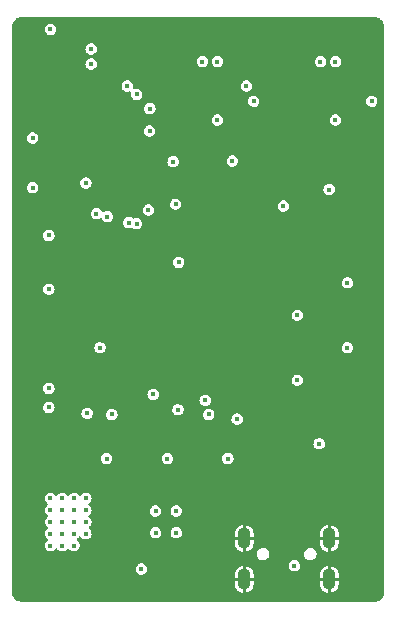
<source format=gbr>
%TF.GenerationSoftware,KiCad,Pcbnew,(6.0.1-0)*%
%TF.CreationDate,2022-02-09T14:27:10+08:00*%
%TF.ProjectId,usb_can,7573625f-6361-46e2-9e6b-696361645f70,rev?*%
%TF.SameCoordinates,Original*%
%TF.FileFunction,Copper,L2,Inr*%
%TF.FilePolarity,Positive*%
%FSLAX46Y46*%
G04 Gerber Fmt 4.6, Leading zero omitted, Abs format (unit mm)*
G04 Created by KiCad (PCBNEW (6.0.1-0)) date 2022-02-09 14:27:10*
%MOMM*%
%LPD*%
G01*
G04 APERTURE LIST*
%TA.AperFunction,ComponentPad*%
%ADD10O,1.100000X1.800000*%
%TD*%
%TA.AperFunction,ViaPad*%
%ADD11C,0.450000*%
%TD*%
G04 APERTURE END LIST*
D10*
%TO.N,GND*%
%TO.C,J1*%
X103900000Y-124400000D03*
X111100000Y-127870000D03*
X103900000Y-127870000D03*
X111100000Y-124400000D03*
%TD*%
D11*
%TO.N,Net-(J1-Pad4)*%
X108150000Y-126700000D03*
X98150000Y-123912500D03*
%TO.N,GND*%
X102500000Y-110000000D03*
X105000000Y-105000000D03*
X88000000Y-109000000D03*
X91900000Y-114400000D03*
X102500000Y-105000000D03*
X105000000Y-98500000D03*
X97500000Y-98500000D03*
X102500000Y-102500000D03*
X107500000Y-98500000D03*
X91100000Y-110800000D03*
X107500000Y-105000000D03*
X92500000Y-105000000D03*
X86000000Y-107500000D03*
X102500000Y-107500000D03*
X100000000Y-98500000D03*
X94000000Y-105000000D03*
X94000000Y-110000000D03*
X105000000Y-107500000D03*
X100000000Y-105000000D03*
X100000000Y-102500000D03*
X107500000Y-107500000D03*
X108900000Y-97000000D03*
X92500000Y-107500000D03*
X88000000Y-106000000D03*
X108900000Y-103600000D03*
X107500000Y-102500000D03*
X92500000Y-110000000D03*
X99200000Y-95700000D03*
X100000000Y-107500000D03*
X97500000Y-116900000D03*
X105000000Y-110000000D03*
X103600000Y-96000000D03*
X90900000Y-104000000D03*
X94000000Y-107500000D03*
X109000000Y-109100000D03*
X107500000Y-110000000D03*
X105000000Y-102500000D03*
X102500000Y-98500000D03*
X100000000Y-110000000D03*
X102525000Y-116900000D03*
X92500000Y-102500000D03*
%TO.N,+3V3*%
X101635000Y-88975000D03*
X111635000Y-88975000D03*
X102520000Y-117640000D03*
X86000000Y-90500000D03*
X87500000Y-121000000D03*
X89500000Y-121000000D03*
X94800000Y-86800000D03*
X87500000Y-123000000D03*
X87362500Y-113300000D03*
X97410000Y-117640000D03*
X87500000Y-81300000D03*
X89500000Y-122000000D03*
X87362500Y-111700000D03*
X97887500Y-92500000D03*
X87500000Y-125000000D03*
X102900000Y-92450000D03*
X88500000Y-125000000D03*
X90500000Y-121000000D03*
X90500000Y-122000000D03*
X90500000Y-124000000D03*
X87362500Y-98750000D03*
X89500000Y-125000000D03*
X89500000Y-123000000D03*
X94000000Y-86100000D03*
X112637500Y-102750000D03*
X87362500Y-103300000D03*
X104700000Y-87387500D03*
X104100000Y-86100000D03*
X90500000Y-123000000D03*
X92250000Y-117637500D03*
X89500000Y-124000000D03*
X114700000Y-87387500D03*
X112637500Y-108250000D03*
X87500000Y-124000000D03*
X90500000Y-94300000D03*
X88500000Y-121000000D03*
X98360000Y-101030000D03*
X88500000Y-123000000D03*
X110250000Y-116387500D03*
X111100000Y-94862500D03*
X87500000Y-122000000D03*
X88500000Y-124000000D03*
X88500000Y-122000000D03*
%TO.N,SWDIO*%
X90950000Y-82960000D03*
X94800000Y-97750000D03*
%TO.N,SWCLK*%
X90950000Y-84230000D03*
X94140000Y-97660000D03*
%TO.N,SPI1_NSS*%
X107225000Y-96250000D03*
%TO.N,USART1_TX*%
X91400000Y-96900000D03*
%TO.N,SPI1_SCK*%
X98300000Y-113500000D03*
%TO.N,USART1_RX*%
X92325000Y-97150000D03*
%TO.N,SPI1_MOSI*%
X103300000Y-114300000D03*
%TO.N,SPI1_MISO*%
X100900000Y-113900000D03*
%TO.N,CAN1_H*%
X110365000Y-84025000D03*
%TO.N,CAN2_H*%
X100365000Y-84025000D03*
%TO.N,CAN1_L*%
X111635000Y-84025000D03*
%TO.N,CAN2_L*%
X101635000Y-84025000D03*
%TO.N,USB_OTG_HS_VBUS*%
X96400000Y-122087500D03*
X96200000Y-112200000D03*
%TO.N,USB_OTG_HS_ID*%
X100600000Y-112700000D03*
X98150000Y-122087500D03*
%TO.N,NRST*%
X91700000Y-108250000D03*
X86000000Y-94700000D03*
%TO.N,USART2_TX*%
X90600000Y-113800000D03*
%TO.N,USART2_RX*%
X92700000Y-113900000D03*
%TO.N,I2C1_SDA*%
X95912500Y-88000000D03*
X98100000Y-96100000D03*
%TO.N,I2C1_SCL*%
X95900000Y-89900000D03*
X95800000Y-96600000D03*
%TO.N,/VBUS*%
X95200000Y-127000000D03*
X96400000Y-123912500D03*
%TO.N,Net-(TP1-Pad1)*%
X108400000Y-105500000D03*
%TO.N,Net-(TP2-Pad1)*%
X108400000Y-111000000D03*
%TD*%
%TA.AperFunction,Conductor*%
%TO.N,GND*%
G36*
X114987153Y-80256421D02*
G01*
X115000000Y-80258976D01*
X115012172Y-80256555D01*
X115019754Y-80256555D01*
X115032104Y-80257162D01*
X115133188Y-80267118D01*
X115157408Y-80271935D01*
X115273617Y-80307187D01*
X115296418Y-80316631D01*
X115403517Y-80373876D01*
X115424047Y-80387594D01*
X115517909Y-80464626D01*
X115535374Y-80482091D01*
X115612406Y-80575953D01*
X115626124Y-80596483D01*
X115683369Y-80703582D01*
X115692813Y-80726383D01*
X115728065Y-80842592D01*
X115732882Y-80866812D01*
X115742838Y-80967896D01*
X115743445Y-80980246D01*
X115743445Y-80987828D01*
X115741024Y-81000000D01*
X115743445Y-81012170D01*
X115743579Y-81012844D01*
X115746000Y-81037425D01*
X115746000Y-128962575D01*
X115743579Y-128987153D01*
X115741024Y-129000000D01*
X115743445Y-129012172D01*
X115743445Y-129019754D01*
X115742838Y-129032104D01*
X115732882Y-129133188D01*
X115728065Y-129157408D01*
X115692813Y-129273617D01*
X115683369Y-129296418D01*
X115626124Y-129403517D01*
X115612406Y-129424047D01*
X115535374Y-129517909D01*
X115517909Y-129535374D01*
X115424047Y-129612406D01*
X115403517Y-129626124D01*
X115296418Y-129683369D01*
X115273617Y-129692813D01*
X115157408Y-129728065D01*
X115133188Y-129732882D01*
X115032104Y-129742838D01*
X115019754Y-129743445D01*
X115012172Y-129743445D01*
X115000000Y-129741024D01*
X114987153Y-129743579D01*
X114962575Y-129746000D01*
X85037425Y-129746000D01*
X85012847Y-129743579D01*
X85000000Y-129741024D01*
X84987828Y-129743445D01*
X84980246Y-129743445D01*
X84967896Y-129742838D01*
X84866812Y-129732882D01*
X84842592Y-129728065D01*
X84726383Y-129692813D01*
X84703582Y-129683369D01*
X84596483Y-129626124D01*
X84575953Y-129612406D01*
X84482091Y-129535374D01*
X84464626Y-129517909D01*
X84387594Y-129424047D01*
X84373876Y-129403517D01*
X84316631Y-129296418D01*
X84307187Y-129273617D01*
X84271935Y-129157408D01*
X84267118Y-129133188D01*
X84257162Y-129032104D01*
X84256555Y-129019754D01*
X84256555Y-129012172D01*
X84258976Y-129000000D01*
X84256421Y-128987153D01*
X84254000Y-128962575D01*
X84254000Y-128261828D01*
X103096000Y-128261828D01*
X103096393Y-128268852D01*
X103110234Y-128392253D01*
X103113336Y-128405906D01*
X103168021Y-128562938D01*
X103174074Y-128575571D01*
X103262191Y-128716589D01*
X103270888Y-128727561D01*
X103388060Y-128845555D01*
X103398971Y-128854327D01*
X103539366Y-128943425D01*
X103551962Y-128949568D01*
X103708609Y-129005348D01*
X103722235Y-129008544D01*
X103755011Y-129012452D01*
X103769418Y-129010025D01*
X103773000Y-128997257D01*
X103773000Y-128997010D01*
X104027000Y-128997010D01*
X104031197Y-129011302D01*
X104043798Y-129013360D01*
X104066735Y-129010949D01*
X104080406Y-129007944D01*
X104237825Y-128954354D01*
X104250491Y-128948393D01*
X104392124Y-128861260D01*
X104403158Y-128852640D01*
X104521961Y-128736299D01*
X104530818Y-128725440D01*
X104620889Y-128585676D01*
X104627121Y-128573123D01*
X104683991Y-128416873D01*
X104687284Y-128403258D01*
X104703503Y-128274870D01*
X104704000Y-128266980D01*
X104704000Y-128261828D01*
X110296000Y-128261828D01*
X110296393Y-128268852D01*
X110310234Y-128392253D01*
X110313336Y-128405906D01*
X110368021Y-128562938D01*
X110374074Y-128575571D01*
X110462191Y-128716589D01*
X110470888Y-128727561D01*
X110588060Y-128845555D01*
X110598971Y-128854327D01*
X110739366Y-128943425D01*
X110751962Y-128949568D01*
X110908609Y-129005348D01*
X110922235Y-129008544D01*
X110955011Y-129012452D01*
X110969418Y-129010025D01*
X110973000Y-128997257D01*
X110973000Y-128997010D01*
X111227000Y-128997010D01*
X111231197Y-129011302D01*
X111243798Y-129013360D01*
X111266735Y-129010949D01*
X111280406Y-129007944D01*
X111437825Y-128954354D01*
X111450491Y-128948393D01*
X111592124Y-128861260D01*
X111603158Y-128852640D01*
X111721961Y-128736299D01*
X111730818Y-128725440D01*
X111820889Y-128585676D01*
X111827121Y-128573123D01*
X111883991Y-128416873D01*
X111887284Y-128403258D01*
X111903503Y-128274870D01*
X111904000Y-128266980D01*
X111904000Y-128015115D01*
X111899525Y-127999876D01*
X111898135Y-127998671D01*
X111890452Y-127997000D01*
X111245115Y-127997000D01*
X111229876Y-128001475D01*
X111228671Y-128002865D01*
X111227000Y-128010548D01*
X111227000Y-128997010D01*
X110973000Y-128997010D01*
X110973000Y-128015115D01*
X110968525Y-127999876D01*
X110967135Y-127998671D01*
X110959452Y-127997000D01*
X110314115Y-127997000D01*
X110298876Y-128001475D01*
X110297671Y-128002865D01*
X110296000Y-128010548D01*
X110296000Y-128261828D01*
X104704000Y-128261828D01*
X104704000Y-128015115D01*
X104699525Y-127999876D01*
X104698135Y-127998671D01*
X104690452Y-127997000D01*
X104045115Y-127997000D01*
X104029876Y-128001475D01*
X104028671Y-128002865D01*
X104027000Y-128010548D01*
X104027000Y-128997010D01*
X103773000Y-128997010D01*
X103773000Y-128015115D01*
X103768525Y-127999876D01*
X103767135Y-127998671D01*
X103759452Y-127997000D01*
X103114115Y-127997000D01*
X103098876Y-128001475D01*
X103097671Y-128002865D01*
X103096000Y-128010548D01*
X103096000Y-128261828D01*
X84254000Y-128261828D01*
X84254000Y-127724885D01*
X103096000Y-127724885D01*
X103100475Y-127740124D01*
X103101865Y-127741329D01*
X103109548Y-127743000D01*
X103754885Y-127743000D01*
X103770124Y-127738525D01*
X103771329Y-127737135D01*
X103773000Y-127729452D01*
X103773000Y-127724885D01*
X104027000Y-127724885D01*
X104031475Y-127740124D01*
X104032865Y-127741329D01*
X104040548Y-127743000D01*
X104685885Y-127743000D01*
X104701124Y-127738525D01*
X104702329Y-127737135D01*
X104704000Y-127729452D01*
X104704000Y-127724885D01*
X110296000Y-127724885D01*
X110300475Y-127740124D01*
X110301865Y-127741329D01*
X110309548Y-127743000D01*
X110954885Y-127743000D01*
X110970124Y-127738525D01*
X110971329Y-127737135D01*
X110973000Y-127729452D01*
X110973000Y-127724885D01*
X111227000Y-127724885D01*
X111231475Y-127740124D01*
X111232865Y-127741329D01*
X111240548Y-127743000D01*
X111885885Y-127743000D01*
X111901124Y-127738525D01*
X111902329Y-127737135D01*
X111904000Y-127729452D01*
X111904000Y-127478172D01*
X111903607Y-127471148D01*
X111889766Y-127347747D01*
X111886664Y-127334094D01*
X111831979Y-127177062D01*
X111825926Y-127164429D01*
X111737809Y-127023411D01*
X111729112Y-127012439D01*
X111611940Y-126894445D01*
X111601029Y-126885673D01*
X111460634Y-126796575D01*
X111448038Y-126790432D01*
X111291391Y-126734652D01*
X111277765Y-126731456D01*
X111244989Y-126727548D01*
X111230582Y-126729975D01*
X111227000Y-126742743D01*
X111227000Y-127724885D01*
X110973000Y-127724885D01*
X110973000Y-126742990D01*
X110968803Y-126728698D01*
X110956202Y-126726640D01*
X110933265Y-126729051D01*
X110919594Y-126732056D01*
X110762175Y-126785646D01*
X110749509Y-126791607D01*
X110607876Y-126878740D01*
X110596842Y-126887360D01*
X110478039Y-127003701D01*
X110469182Y-127014560D01*
X110379111Y-127154324D01*
X110372879Y-127166877D01*
X110316009Y-127323127D01*
X110312716Y-127336742D01*
X110296497Y-127465130D01*
X110296000Y-127473020D01*
X110296000Y-127724885D01*
X104704000Y-127724885D01*
X104704000Y-127478172D01*
X104703607Y-127471148D01*
X104689766Y-127347747D01*
X104686664Y-127334094D01*
X104631979Y-127177062D01*
X104625926Y-127164429D01*
X104537809Y-127023411D01*
X104529112Y-127012439D01*
X104411940Y-126894445D01*
X104401029Y-126885673D01*
X104260634Y-126796575D01*
X104248038Y-126790432D01*
X104091391Y-126734652D01*
X104077765Y-126731456D01*
X104044989Y-126727548D01*
X104030582Y-126729975D01*
X104027000Y-126742743D01*
X104027000Y-127724885D01*
X103773000Y-127724885D01*
X103773000Y-126742990D01*
X103768803Y-126728698D01*
X103756202Y-126726640D01*
X103733265Y-126729051D01*
X103719594Y-126732056D01*
X103562175Y-126785646D01*
X103549509Y-126791607D01*
X103407876Y-126878740D01*
X103396842Y-126887360D01*
X103278039Y-127003701D01*
X103269182Y-127014560D01*
X103179111Y-127154324D01*
X103172879Y-127166877D01*
X103116009Y-127323127D01*
X103112716Y-127336742D01*
X103096497Y-127465130D01*
X103096000Y-127473020D01*
X103096000Y-127724885D01*
X84254000Y-127724885D01*
X84254000Y-126994082D01*
X94715605Y-126994082D01*
X94716769Y-127002984D01*
X94716769Y-127002987D01*
X94718554Y-127016633D01*
X94733414Y-127130273D01*
X94788732Y-127255992D01*
X94794510Y-127262865D01*
X94794510Y-127262866D01*
X94854383Y-127334094D01*
X94877111Y-127361132D01*
X94991447Y-127437240D01*
X95122549Y-127478199D01*
X95259876Y-127480716D01*
X95269109Y-127478199D01*
X95383727Y-127446951D01*
X95392391Y-127444589D01*
X95509439Y-127372721D01*
X95526153Y-127354256D01*
X95595584Y-127277550D01*
X95595585Y-127277549D01*
X95601612Y-127270890D01*
X95646446Y-127178354D01*
X95657585Y-127155362D01*
X95657585Y-127155361D01*
X95661499Y-127147283D01*
X95684286Y-127011836D01*
X95684431Y-127000000D01*
X95683584Y-126994082D01*
X95666232Y-126872923D01*
X95666232Y-126872921D01*
X95664959Y-126864036D01*
X95608110Y-126739003D01*
X95569404Y-126694082D01*
X107665605Y-126694082D01*
X107666769Y-126702984D01*
X107666769Y-126702987D01*
X107670910Y-126734652D01*
X107683414Y-126830273D01*
X107738732Y-126955992D01*
X107744510Y-126962865D01*
X107744510Y-126962866D01*
X107786180Y-127012439D01*
X107827111Y-127061132D01*
X107834588Y-127066109D01*
X107930981Y-127130273D01*
X107941447Y-127137240D01*
X108072549Y-127178199D01*
X108209876Y-127180716D01*
X108219109Y-127178199D01*
X108333727Y-127146951D01*
X108342391Y-127144589D01*
X108459439Y-127072721D01*
X108476153Y-127054256D01*
X108545584Y-126977550D01*
X108545585Y-126977549D01*
X108551612Y-126970890D01*
X108588650Y-126894445D01*
X108607585Y-126855362D01*
X108607585Y-126855361D01*
X108611499Y-126847283D01*
X108634286Y-126711836D01*
X108634431Y-126700000D01*
X108633584Y-126694082D01*
X108616232Y-126572923D01*
X108616232Y-126572921D01*
X108614959Y-126564036D01*
X108558110Y-126439003D01*
X108468453Y-126334951D01*
X108353196Y-126260244D01*
X108221603Y-126220890D01*
X108212627Y-126220835D01*
X108212626Y-126220835D01*
X108155080Y-126220484D01*
X108084255Y-126220051D01*
X107952192Y-126257795D01*
X107944605Y-126262582D01*
X107944603Y-126262583D01*
X107882850Y-126301546D01*
X107836031Y-126331087D01*
X107745109Y-126434036D01*
X107686736Y-126558366D01*
X107677027Y-126620724D01*
X107666986Y-126685209D01*
X107666986Y-126685213D01*
X107665605Y-126694082D01*
X95569404Y-126694082D01*
X95518453Y-126634951D01*
X95403196Y-126560244D01*
X95271603Y-126520890D01*
X95262627Y-126520835D01*
X95262626Y-126520835D01*
X95205080Y-126520484D01*
X95134255Y-126520051D01*
X95002192Y-126557795D01*
X94994605Y-126562582D01*
X94994603Y-126562583D01*
X94932850Y-126601546D01*
X94886031Y-126631087D01*
X94795109Y-126734036D01*
X94736736Y-126858366D01*
X94727027Y-126920724D01*
X94716986Y-126985209D01*
X94716986Y-126985213D01*
X94715605Y-126994082D01*
X84254000Y-126994082D01*
X84254000Y-125753560D01*
X104966577Y-125753560D01*
X104995252Y-125895772D01*
X104999152Y-125903426D01*
X105057214Y-126017381D01*
X105057216Y-126017384D01*
X105061114Y-126025034D01*
X105159311Y-126131822D01*
X105282608Y-126208270D01*
X105290855Y-126210666D01*
X105415584Y-126246903D01*
X105415587Y-126246904D01*
X105421922Y-126248744D01*
X105429152Y-126249275D01*
X105429911Y-126249331D01*
X105429919Y-126249331D01*
X105432216Y-126249500D01*
X105536340Y-126249500D01*
X105540585Y-126248918D01*
X105540592Y-126248918D01*
X105599014Y-126240915D01*
X105643732Y-126234789D01*
X105669905Y-126223463D01*
X105768993Y-126180584D01*
X105768996Y-126180582D01*
X105776874Y-126177173D01*
X105889618Y-126085875D01*
X105973656Y-125967622D01*
X106022798Y-125831124D01*
X106028494Y-125753560D01*
X108966577Y-125753560D01*
X108995252Y-125895772D01*
X108999152Y-125903426D01*
X109057214Y-126017381D01*
X109057216Y-126017384D01*
X109061114Y-126025034D01*
X109159311Y-126131822D01*
X109282608Y-126208270D01*
X109290855Y-126210666D01*
X109415584Y-126246903D01*
X109415587Y-126246904D01*
X109421922Y-126248744D01*
X109429152Y-126249275D01*
X109429911Y-126249331D01*
X109429919Y-126249331D01*
X109432216Y-126249500D01*
X109536340Y-126249500D01*
X109540585Y-126248918D01*
X109540592Y-126248918D01*
X109599014Y-126240915D01*
X109643732Y-126234789D01*
X109669905Y-126223463D01*
X109768993Y-126180584D01*
X109768996Y-126180582D01*
X109776874Y-126177173D01*
X109889618Y-126085875D01*
X109973656Y-125967622D01*
X110022798Y-125831124D01*
X110033423Y-125686440D01*
X110004748Y-125544228D01*
X109971204Y-125478393D01*
X109942786Y-125422619D01*
X109942784Y-125422616D01*
X109938886Y-125414966D01*
X109840689Y-125308178D01*
X109791292Y-125277550D01*
X109724692Y-125236256D01*
X109724691Y-125236255D01*
X109717392Y-125231730D01*
X109686558Y-125222772D01*
X109584416Y-125193097D01*
X109584413Y-125193096D01*
X109578078Y-125191256D01*
X109570848Y-125190725D01*
X109570089Y-125190669D01*
X109570081Y-125190669D01*
X109567784Y-125190500D01*
X109463660Y-125190500D01*
X109459415Y-125191082D01*
X109459408Y-125191082D01*
X109400986Y-125199085D01*
X109356268Y-125205211D01*
X109348384Y-125208623D01*
X109348383Y-125208623D01*
X109231007Y-125259416D01*
X109231004Y-125259418D01*
X109223126Y-125262827D01*
X109110382Y-125354125D01*
X109026344Y-125472378D01*
X108977202Y-125608876D01*
X108966577Y-125753560D01*
X106028494Y-125753560D01*
X106033423Y-125686440D01*
X106004748Y-125544228D01*
X105971204Y-125478393D01*
X105942786Y-125422619D01*
X105942784Y-125422616D01*
X105938886Y-125414966D01*
X105840689Y-125308178D01*
X105791292Y-125277550D01*
X105724692Y-125236256D01*
X105724691Y-125236255D01*
X105717392Y-125231730D01*
X105686558Y-125222772D01*
X105584416Y-125193097D01*
X105584413Y-125193096D01*
X105578078Y-125191256D01*
X105570848Y-125190725D01*
X105570089Y-125190669D01*
X105570081Y-125190669D01*
X105567784Y-125190500D01*
X105463660Y-125190500D01*
X105459415Y-125191082D01*
X105459408Y-125191082D01*
X105400986Y-125199085D01*
X105356268Y-125205211D01*
X105348384Y-125208623D01*
X105348383Y-125208623D01*
X105231007Y-125259416D01*
X105231004Y-125259418D01*
X105223126Y-125262827D01*
X105110382Y-125354125D01*
X105026344Y-125472378D01*
X104977202Y-125608876D01*
X104966577Y-125753560D01*
X84254000Y-125753560D01*
X84254000Y-124994082D01*
X87015605Y-124994082D01*
X87016769Y-125002984D01*
X87016769Y-125002987D01*
X87018554Y-125016633D01*
X87033414Y-125130273D01*
X87059915Y-125190500D01*
X87084595Y-125246589D01*
X87088732Y-125255992D01*
X87094510Y-125262865D01*
X87094510Y-125262866D01*
X87166677Y-125348719D01*
X87177111Y-125361132D01*
X87291447Y-125437240D01*
X87422549Y-125478199D01*
X87559876Y-125480716D01*
X87569109Y-125478199D01*
X87683727Y-125446951D01*
X87692391Y-125444589D01*
X87790537Y-125384327D01*
X87801791Y-125377417D01*
X87809439Y-125372721D01*
X87897092Y-125275884D01*
X87897094Y-125275882D01*
X87901612Y-125270890D01*
X87902333Y-125271542D01*
X87950898Y-125231313D01*
X88021379Y-125222772D01*
X88085289Y-125253692D01*
X88097131Y-125265984D01*
X88177111Y-125361132D01*
X88291447Y-125437240D01*
X88422549Y-125478199D01*
X88559876Y-125480716D01*
X88569109Y-125478199D01*
X88683727Y-125446951D01*
X88692391Y-125444589D01*
X88790537Y-125384327D01*
X88801791Y-125377417D01*
X88809439Y-125372721D01*
X88897092Y-125275884D01*
X88897094Y-125275882D01*
X88901612Y-125270890D01*
X88902333Y-125271542D01*
X88950898Y-125231313D01*
X89021379Y-125222772D01*
X89085289Y-125253692D01*
X89097131Y-125265984D01*
X89177111Y-125361132D01*
X89291447Y-125437240D01*
X89422549Y-125478199D01*
X89559876Y-125480716D01*
X89569109Y-125478199D01*
X89683727Y-125446951D01*
X89692391Y-125444589D01*
X89790537Y-125384327D01*
X89801791Y-125377417D01*
X89809439Y-125372721D01*
X89867861Y-125308178D01*
X89895584Y-125277550D01*
X89895586Y-125277547D01*
X89901612Y-125270890D01*
X89909098Y-125255440D01*
X89957585Y-125155362D01*
X89957585Y-125155361D01*
X89961499Y-125147283D01*
X89984286Y-125011836D01*
X89984431Y-125000000D01*
X89983584Y-124994082D01*
X89966232Y-124872923D01*
X89966232Y-124872921D01*
X89964959Y-124864036D01*
X89932128Y-124791828D01*
X103096000Y-124791828D01*
X103096393Y-124798852D01*
X103110234Y-124922253D01*
X103113336Y-124935906D01*
X103168021Y-125092938D01*
X103174074Y-125105571D01*
X103262191Y-125246589D01*
X103270888Y-125257561D01*
X103388060Y-125375555D01*
X103398971Y-125384327D01*
X103539366Y-125473425D01*
X103551962Y-125479568D01*
X103708609Y-125535348D01*
X103722235Y-125538544D01*
X103755011Y-125542452D01*
X103769418Y-125540025D01*
X103773000Y-125527257D01*
X103773000Y-125527010D01*
X104027000Y-125527010D01*
X104031197Y-125541302D01*
X104043798Y-125543360D01*
X104066735Y-125540949D01*
X104080406Y-125537944D01*
X104237825Y-125484354D01*
X104250491Y-125478393D01*
X104392124Y-125391260D01*
X104403158Y-125382640D01*
X104521961Y-125266299D01*
X104530818Y-125255440D01*
X104620889Y-125115676D01*
X104627121Y-125103123D01*
X104683991Y-124946873D01*
X104687284Y-124933258D01*
X104703503Y-124804870D01*
X104704000Y-124796980D01*
X104704000Y-124791828D01*
X110296000Y-124791828D01*
X110296393Y-124798852D01*
X110310234Y-124922253D01*
X110313336Y-124935906D01*
X110368021Y-125092938D01*
X110374074Y-125105571D01*
X110462191Y-125246589D01*
X110470888Y-125257561D01*
X110588060Y-125375555D01*
X110598971Y-125384327D01*
X110739366Y-125473425D01*
X110751962Y-125479568D01*
X110908609Y-125535348D01*
X110922235Y-125538544D01*
X110955011Y-125542452D01*
X110969418Y-125540025D01*
X110973000Y-125527257D01*
X110973000Y-125527010D01*
X111227000Y-125527010D01*
X111231197Y-125541302D01*
X111243798Y-125543360D01*
X111266735Y-125540949D01*
X111280406Y-125537944D01*
X111437825Y-125484354D01*
X111450491Y-125478393D01*
X111592124Y-125391260D01*
X111603158Y-125382640D01*
X111721961Y-125266299D01*
X111730818Y-125255440D01*
X111820889Y-125115676D01*
X111827121Y-125103123D01*
X111883991Y-124946873D01*
X111887284Y-124933258D01*
X111903503Y-124804870D01*
X111904000Y-124796980D01*
X111904000Y-124545115D01*
X111899525Y-124529876D01*
X111898135Y-124528671D01*
X111890452Y-124527000D01*
X111245115Y-124527000D01*
X111229876Y-124531475D01*
X111228671Y-124532865D01*
X111227000Y-124540548D01*
X111227000Y-125527010D01*
X110973000Y-125527010D01*
X110973000Y-124545115D01*
X110968525Y-124529876D01*
X110967135Y-124528671D01*
X110959452Y-124527000D01*
X110314115Y-124527000D01*
X110298876Y-124531475D01*
X110297671Y-124532865D01*
X110296000Y-124540548D01*
X110296000Y-124791828D01*
X104704000Y-124791828D01*
X104704000Y-124545115D01*
X104699525Y-124529876D01*
X104698135Y-124528671D01*
X104690452Y-124527000D01*
X104045115Y-124527000D01*
X104029876Y-124531475D01*
X104028671Y-124532865D01*
X104027000Y-124540548D01*
X104027000Y-125527010D01*
X103773000Y-125527010D01*
X103773000Y-124545115D01*
X103768525Y-124529876D01*
X103767135Y-124528671D01*
X103759452Y-124527000D01*
X103114115Y-124527000D01*
X103098876Y-124531475D01*
X103097671Y-124532865D01*
X103096000Y-124540548D01*
X103096000Y-124791828D01*
X89932128Y-124791828D01*
X89908110Y-124739003D01*
X89818453Y-124634951D01*
X89773882Y-124606061D01*
X89727598Y-124552224D01*
X89717768Y-124481912D01*
X89747513Y-124417446D01*
X89776487Y-124392954D01*
X89801788Y-124377419D01*
X89801789Y-124377418D01*
X89809439Y-124372721D01*
X89821451Y-124359451D01*
X89841846Y-124336918D01*
X89897092Y-124275884D01*
X89897094Y-124275882D01*
X89901612Y-124270890D01*
X89902333Y-124271542D01*
X89950898Y-124231313D01*
X90021379Y-124222772D01*
X90085289Y-124253692D01*
X90097131Y-124265984D01*
X90177111Y-124361132D01*
X90291447Y-124437240D01*
X90422549Y-124478199D01*
X90559876Y-124480716D01*
X90569109Y-124478199D01*
X90626133Y-124462653D01*
X90692391Y-124444589D01*
X90776060Y-124393216D01*
X90801791Y-124377417D01*
X90809439Y-124372721D01*
X90819929Y-124361132D01*
X90895584Y-124277550D01*
X90895586Y-124277547D01*
X90901612Y-124270890D01*
X90909367Y-124254885D01*
X90957585Y-124155362D01*
X90957585Y-124155361D01*
X90961499Y-124147283D01*
X90984286Y-124011836D01*
X90984431Y-124000000D01*
X90983584Y-123994082D01*
X90971053Y-123906582D01*
X95915605Y-123906582D01*
X95916769Y-123915484D01*
X95916769Y-123915487D01*
X95918554Y-123929133D01*
X95933414Y-124042773D01*
X95988732Y-124168492D01*
X95994510Y-124175365D01*
X95994510Y-124175366D01*
X96068011Y-124262806D01*
X96077111Y-124273632D01*
X96191447Y-124349740D01*
X96322549Y-124390699D01*
X96459876Y-124393216D01*
X96469109Y-124390699D01*
X96583727Y-124359451D01*
X96592391Y-124357089D01*
X96709439Y-124285221D01*
X96715463Y-124278566D01*
X96795584Y-124190050D01*
X96795585Y-124190049D01*
X96801612Y-124183390D01*
X96815192Y-124155362D01*
X96857585Y-124067862D01*
X96857585Y-124067861D01*
X96861499Y-124059783D01*
X96884286Y-123924336D01*
X96884431Y-123912500D01*
X96883584Y-123906582D01*
X97665605Y-123906582D01*
X97666769Y-123915484D01*
X97666769Y-123915487D01*
X97668554Y-123929133D01*
X97683414Y-124042773D01*
X97738732Y-124168492D01*
X97744510Y-124175365D01*
X97744510Y-124175366D01*
X97818011Y-124262806D01*
X97827111Y-124273632D01*
X97941447Y-124349740D01*
X98072549Y-124390699D01*
X98209876Y-124393216D01*
X98219109Y-124390699D01*
X98333727Y-124359451D01*
X98342391Y-124357089D01*
X98459439Y-124285221D01*
X98465463Y-124278566D01*
X98486898Y-124254885D01*
X103096000Y-124254885D01*
X103100475Y-124270124D01*
X103101865Y-124271329D01*
X103109548Y-124273000D01*
X103754885Y-124273000D01*
X103770124Y-124268525D01*
X103771329Y-124267135D01*
X103773000Y-124259452D01*
X103773000Y-124254885D01*
X104027000Y-124254885D01*
X104031475Y-124270124D01*
X104032865Y-124271329D01*
X104040548Y-124273000D01*
X104685885Y-124273000D01*
X104701124Y-124268525D01*
X104702329Y-124267135D01*
X104704000Y-124259452D01*
X104704000Y-124254885D01*
X110296000Y-124254885D01*
X110300475Y-124270124D01*
X110301865Y-124271329D01*
X110309548Y-124273000D01*
X110954885Y-124273000D01*
X110970124Y-124268525D01*
X110971329Y-124267135D01*
X110973000Y-124259452D01*
X110973000Y-124254885D01*
X111227000Y-124254885D01*
X111231475Y-124270124D01*
X111232865Y-124271329D01*
X111240548Y-124273000D01*
X111885885Y-124273000D01*
X111901124Y-124268525D01*
X111902329Y-124267135D01*
X111904000Y-124259452D01*
X111904000Y-124008172D01*
X111903607Y-124001148D01*
X111889766Y-123877747D01*
X111886664Y-123864094D01*
X111831979Y-123707062D01*
X111825926Y-123694429D01*
X111737809Y-123553411D01*
X111729112Y-123542439D01*
X111611940Y-123424445D01*
X111601029Y-123415673D01*
X111460634Y-123326575D01*
X111448038Y-123320432D01*
X111291391Y-123264652D01*
X111277765Y-123261456D01*
X111244989Y-123257548D01*
X111230582Y-123259975D01*
X111227000Y-123272743D01*
X111227000Y-124254885D01*
X110973000Y-124254885D01*
X110973000Y-123272990D01*
X110968803Y-123258698D01*
X110956202Y-123256640D01*
X110933265Y-123259051D01*
X110919594Y-123262056D01*
X110762175Y-123315646D01*
X110749509Y-123321607D01*
X110607876Y-123408740D01*
X110596842Y-123417360D01*
X110478039Y-123533701D01*
X110469182Y-123544560D01*
X110379111Y-123684324D01*
X110372879Y-123696877D01*
X110316009Y-123853127D01*
X110312716Y-123866742D01*
X110296497Y-123995130D01*
X110296000Y-124003020D01*
X110296000Y-124254885D01*
X104704000Y-124254885D01*
X104704000Y-124008172D01*
X104703607Y-124001148D01*
X104689766Y-123877747D01*
X104686664Y-123864094D01*
X104631979Y-123707062D01*
X104625926Y-123694429D01*
X104537809Y-123553411D01*
X104529112Y-123542439D01*
X104411940Y-123424445D01*
X104401029Y-123415673D01*
X104260634Y-123326575D01*
X104248038Y-123320432D01*
X104091391Y-123264652D01*
X104077765Y-123261456D01*
X104044989Y-123257548D01*
X104030582Y-123259975D01*
X104027000Y-123272743D01*
X104027000Y-124254885D01*
X103773000Y-124254885D01*
X103773000Y-123272990D01*
X103768803Y-123258698D01*
X103756202Y-123256640D01*
X103733265Y-123259051D01*
X103719594Y-123262056D01*
X103562175Y-123315646D01*
X103549509Y-123321607D01*
X103407876Y-123408740D01*
X103396842Y-123417360D01*
X103278039Y-123533701D01*
X103269182Y-123544560D01*
X103179111Y-123684324D01*
X103172879Y-123696877D01*
X103116009Y-123853127D01*
X103112716Y-123866742D01*
X103096497Y-123995130D01*
X103096000Y-124003020D01*
X103096000Y-124254885D01*
X98486898Y-124254885D01*
X98545584Y-124190050D01*
X98545585Y-124190049D01*
X98551612Y-124183390D01*
X98565192Y-124155362D01*
X98607585Y-124067862D01*
X98607585Y-124067861D01*
X98611499Y-124059783D01*
X98634286Y-123924336D01*
X98634431Y-123912500D01*
X98633584Y-123906582D01*
X98616232Y-123785423D01*
X98616232Y-123785421D01*
X98614959Y-123776536D01*
X98558110Y-123651503D01*
X98468453Y-123547451D01*
X98353196Y-123472744D01*
X98221603Y-123433390D01*
X98212627Y-123433335D01*
X98212626Y-123433335D01*
X98155080Y-123432984D01*
X98084255Y-123432551D01*
X97952192Y-123470295D01*
X97944605Y-123475082D01*
X97944603Y-123475083D01*
X97933780Y-123481912D01*
X97836031Y-123543587D01*
X97830088Y-123550316D01*
X97780606Y-123606343D01*
X97745109Y-123646536D01*
X97741295Y-123654659D01*
X97741294Y-123654661D01*
X97722623Y-123694429D01*
X97686736Y-123770866D01*
X97677027Y-123833224D01*
X97666986Y-123897709D01*
X97666986Y-123897713D01*
X97665605Y-123906582D01*
X96883584Y-123906582D01*
X96866232Y-123785423D01*
X96866232Y-123785421D01*
X96864959Y-123776536D01*
X96808110Y-123651503D01*
X96718453Y-123547451D01*
X96603196Y-123472744D01*
X96471603Y-123433390D01*
X96462627Y-123433335D01*
X96462626Y-123433335D01*
X96405080Y-123432984D01*
X96334255Y-123432551D01*
X96202192Y-123470295D01*
X96194605Y-123475082D01*
X96194603Y-123475083D01*
X96183780Y-123481912D01*
X96086031Y-123543587D01*
X96080088Y-123550316D01*
X96030606Y-123606343D01*
X95995109Y-123646536D01*
X95991295Y-123654659D01*
X95991294Y-123654661D01*
X95972623Y-123694429D01*
X95936736Y-123770866D01*
X95927027Y-123833224D01*
X95916986Y-123897709D01*
X95916986Y-123897713D01*
X95915605Y-123906582D01*
X90971053Y-123906582D01*
X90966232Y-123872923D01*
X90966232Y-123872921D01*
X90964959Y-123864036D01*
X90908110Y-123739003D01*
X90818453Y-123634951D01*
X90773882Y-123606061D01*
X90727598Y-123552224D01*
X90717768Y-123481912D01*
X90747513Y-123417446D01*
X90776487Y-123392954D01*
X90801788Y-123377419D01*
X90801789Y-123377418D01*
X90809439Y-123372721D01*
X90826153Y-123354256D01*
X90895584Y-123277550D01*
X90895586Y-123277547D01*
X90901612Y-123270890D01*
X90906901Y-123259975D01*
X90957585Y-123155362D01*
X90957585Y-123155361D01*
X90961499Y-123147283D01*
X90984286Y-123011836D01*
X90984431Y-123000000D01*
X90983584Y-122994082D01*
X90966232Y-122872923D01*
X90966232Y-122872921D01*
X90964959Y-122864036D01*
X90908110Y-122739003D01*
X90818453Y-122634951D01*
X90773882Y-122606061D01*
X90727598Y-122552224D01*
X90717768Y-122481912D01*
X90747513Y-122417446D01*
X90776487Y-122392954D01*
X90801788Y-122377419D01*
X90801789Y-122377418D01*
X90809439Y-122372721D01*
X90815463Y-122366066D01*
X90895584Y-122277550D01*
X90895586Y-122277547D01*
X90901612Y-122270890D01*
X90909945Y-122253692D01*
X90957585Y-122155362D01*
X90957585Y-122155361D01*
X90961499Y-122147283D01*
X90972552Y-122081582D01*
X95915605Y-122081582D01*
X95916769Y-122090484D01*
X95916769Y-122090487D01*
X95921972Y-122130273D01*
X95933414Y-122217773D01*
X95988732Y-122343492D01*
X95994510Y-122350365D01*
X95994510Y-122350366D01*
X96067535Y-122437240D01*
X96077111Y-122448632D01*
X96191447Y-122524740D01*
X96279418Y-122552224D01*
X96305089Y-122560244D01*
X96322549Y-122565699D01*
X96459876Y-122568216D01*
X96469109Y-122565699D01*
X96583727Y-122534451D01*
X96592391Y-122532089D01*
X96709439Y-122460221D01*
X96719929Y-122448632D01*
X96795584Y-122365050D01*
X96795585Y-122365049D01*
X96801612Y-122358390D01*
X96841238Y-122276603D01*
X96857585Y-122242862D01*
X96857585Y-122242861D01*
X96861499Y-122234783D01*
X96884286Y-122099336D01*
X96884431Y-122087500D01*
X96883584Y-122081582D01*
X97665605Y-122081582D01*
X97666769Y-122090484D01*
X97666769Y-122090487D01*
X97671972Y-122130273D01*
X97683414Y-122217773D01*
X97738732Y-122343492D01*
X97744510Y-122350365D01*
X97744510Y-122350366D01*
X97817535Y-122437240D01*
X97827111Y-122448632D01*
X97941447Y-122524740D01*
X98029418Y-122552224D01*
X98055089Y-122560244D01*
X98072549Y-122565699D01*
X98209876Y-122568216D01*
X98219109Y-122565699D01*
X98333727Y-122534451D01*
X98342391Y-122532089D01*
X98459439Y-122460221D01*
X98469929Y-122448632D01*
X98545584Y-122365050D01*
X98545585Y-122365049D01*
X98551612Y-122358390D01*
X98591238Y-122276603D01*
X98607585Y-122242862D01*
X98607585Y-122242861D01*
X98611499Y-122234783D01*
X98634286Y-122099336D01*
X98634431Y-122087500D01*
X98633584Y-122081582D01*
X98616232Y-121960423D01*
X98616232Y-121960421D01*
X98614959Y-121951536D01*
X98558110Y-121826503D01*
X98468453Y-121722451D01*
X98353196Y-121647744D01*
X98221603Y-121608390D01*
X98212627Y-121608335D01*
X98212626Y-121608335D01*
X98155080Y-121607984D01*
X98084255Y-121607551D01*
X97952192Y-121645295D01*
X97944605Y-121650082D01*
X97944603Y-121650083D01*
X97882850Y-121689046D01*
X97836031Y-121718587D01*
X97745109Y-121821536D01*
X97741295Y-121829659D01*
X97741294Y-121829661D01*
X97727817Y-121858366D01*
X97686736Y-121945866D01*
X97680610Y-121985209D01*
X97666986Y-122072709D01*
X97666986Y-122072713D01*
X97665605Y-122081582D01*
X96883584Y-122081582D01*
X96866232Y-121960423D01*
X96866232Y-121960421D01*
X96864959Y-121951536D01*
X96808110Y-121826503D01*
X96718453Y-121722451D01*
X96603196Y-121647744D01*
X96471603Y-121608390D01*
X96462627Y-121608335D01*
X96462626Y-121608335D01*
X96405080Y-121607984D01*
X96334255Y-121607551D01*
X96202192Y-121645295D01*
X96194605Y-121650082D01*
X96194603Y-121650083D01*
X96132850Y-121689046D01*
X96086031Y-121718587D01*
X95995109Y-121821536D01*
X95991295Y-121829659D01*
X95991294Y-121829661D01*
X95977817Y-121858366D01*
X95936736Y-121945866D01*
X95930610Y-121985209D01*
X95916986Y-122072709D01*
X95916986Y-122072713D01*
X95915605Y-122081582D01*
X90972552Y-122081582D01*
X90984286Y-122011836D01*
X90984431Y-122000000D01*
X90983584Y-121994082D01*
X90966232Y-121872923D01*
X90966232Y-121872921D01*
X90964959Y-121864036D01*
X90908110Y-121739003D01*
X90818453Y-121634951D01*
X90777390Y-121608335D01*
X90773882Y-121606061D01*
X90727598Y-121552224D01*
X90717768Y-121481912D01*
X90747513Y-121417446D01*
X90776487Y-121392954D01*
X90801788Y-121377419D01*
X90801789Y-121377418D01*
X90809439Y-121372721D01*
X90901612Y-121270890D01*
X90909945Y-121253692D01*
X90957585Y-121155362D01*
X90957585Y-121155361D01*
X90961499Y-121147283D01*
X90984286Y-121011836D01*
X90984431Y-121000000D01*
X90983584Y-120994082D01*
X90966232Y-120872923D01*
X90966232Y-120872921D01*
X90964959Y-120864036D01*
X90908110Y-120739003D01*
X90818453Y-120634951D01*
X90703196Y-120560244D01*
X90571603Y-120520890D01*
X90562627Y-120520835D01*
X90562626Y-120520835D01*
X90505080Y-120520484D01*
X90434255Y-120520051D01*
X90302192Y-120557795D01*
X90294605Y-120562582D01*
X90294603Y-120562583D01*
X90232850Y-120601546D01*
X90186031Y-120631087D01*
X90095109Y-120734036D01*
X90092622Y-120731839D01*
X90050846Y-120767322D01*
X89980476Y-120776733D01*
X89916189Y-120746604D01*
X89904184Y-120734446D01*
X89824314Y-120641753D01*
X89818453Y-120634951D01*
X89703196Y-120560244D01*
X89571603Y-120520890D01*
X89562627Y-120520835D01*
X89562626Y-120520835D01*
X89505080Y-120520484D01*
X89434255Y-120520051D01*
X89302192Y-120557795D01*
X89294605Y-120562582D01*
X89294603Y-120562583D01*
X89232850Y-120601546D01*
X89186031Y-120631087D01*
X89095109Y-120734036D01*
X89092622Y-120731839D01*
X89050846Y-120767322D01*
X88980476Y-120776733D01*
X88916189Y-120746604D01*
X88904184Y-120734446D01*
X88824314Y-120641753D01*
X88818453Y-120634951D01*
X88703196Y-120560244D01*
X88571603Y-120520890D01*
X88562627Y-120520835D01*
X88562626Y-120520835D01*
X88505080Y-120520484D01*
X88434255Y-120520051D01*
X88302192Y-120557795D01*
X88294605Y-120562582D01*
X88294603Y-120562583D01*
X88232850Y-120601546D01*
X88186031Y-120631087D01*
X88095109Y-120734036D01*
X88092622Y-120731839D01*
X88050846Y-120767322D01*
X87980476Y-120776733D01*
X87916189Y-120746604D01*
X87904184Y-120734446D01*
X87824314Y-120641753D01*
X87818453Y-120634951D01*
X87703196Y-120560244D01*
X87571603Y-120520890D01*
X87562627Y-120520835D01*
X87562626Y-120520835D01*
X87505080Y-120520484D01*
X87434255Y-120520051D01*
X87302192Y-120557795D01*
X87294605Y-120562582D01*
X87294603Y-120562583D01*
X87232850Y-120601546D01*
X87186031Y-120631087D01*
X87095109Y-120734036D01*
X87036736Y-120858366D01*
X87027027Y-120920724D01*
X87016986Y-120985209D01*
X87016986Y-120985213D01*
X87015605Y-120994082D01*
X87016769Y-121002984D01*
X87016769Y-121002987D01*
X87018554Y-121016633D01*
X87033414Y-121130273D01*
X87088732Y-121255992D01*
X87177111Y-121361132D01*
X87227833Y-121394895D01*
X87273454Y-121449290D01*
X87282426Y-121519717D01*
X87251897Y-121583815D01*
X87225248Y-121606343D01*
X87186031Y-121631087D01*
X87180088Y-121637816D01*
X87173483Y-121645295D01*
X87095109Y-121734036D01*
X87036736Y-121858366D01*
X87027027Y-121920724D01*
X87016986Y-121985209D01*
X87016986Y-121985213D01*
X87015605Y-121994082D01*
X87016769Y-122002984D01*
X87016769Y-122002987D01*
X87018554Y-122016633D01*
X87033414Y-122130273D01*
X87088732Y-122255992D01*
X87177111Y-122361132D01*
X87227833Y-122394895D01*
X87273454Y-122449290D01*
X87282426Y-122519717D01*
X87251897Y-122583815D01*
X87225248Y-122606343D01*
X87186031Y-122631087D01*
X87095109Y-122734036D01*
X87036736Y-122858366D01*
X87027027Y-122920724D01*
X87016986Y-122985209D01*
X87016986Y-122985213D01*
X87015605Y-122994082D01*
X87016769Y-123002984D01*
X87016769Y-123002987D01*
X87018554Y-123016633D01*
X87033414Y-123130273D01*
X87088732Y-123255992D01*
X87094510Y-123262865D01*
X87094510Y-123262866D01*
X87103020Y-123272990D01*
X87177111Y-123361132D01*
X87227833Y-123394895D01*
X87273454Y-123449290D01*
X87282426Y-123519717D01*
X87251897Y-123583815D01*
X87225248Y-123606343D01*
X87186031Y-123631087D01*
X87095109Y-123734036D01*
X87091295Y-123742159D01*
X87091294Y-123742161D01*
X87077817Y-123770866D01*
X87036736Y-123858366D01*
X87030610Y-123897709D01*
X87016986Y-123985209D01*
X87016986Y-123985213D01*
X87015605Y-123994082D01*
X87016769Y-124002984D01*
X87016769Y-124002987D01*
X87021972Y-124042773D01*
X87033414Y-124130273D01*
X87088732Y-124255992D01*
X87094510Y-124262865D01*
X87094510Y-124262866D01*
X87103560Y-124273632D01*
X87177111Y-124361132D01*
X87227833Y-124394895D01*
X87273454Y-124449290D01*
X87282426Y-124519717D01*
X87251897Y-124583815D01*
X87225248Y-124606343D01*
X87186031Y-124631087D01*
X87095109Y-124734036D01*
X87036736Y-124858366D01*
X87027027Y-124920724D01*
X87016986Y-124985209D01*
X87016986Y-124985213D01*
X87015605Y-124994082D01*
X84254000Y-124994082D01*
X84254000Y-117631582D01*
X91765605Y-117631582D01*
X91766769Y-117640484D01*
X91766769Y-117640487D01*
X91774509Y-117699677D01*
X91783414Y-117767773D01*
X91838732Y-117893492D01*
X91844510Y-117900365D01*
X91844510Y-117900366D01*
X91851255Y-117908390D01*
X91927111Y-117998632D01*
X92041447Y-118074740D01*
X92172549Y-118115699D01*
X92309876Y-118118216D01*
X92319109Y-118115699D01*
X92433727Y-118084451D01*
X92442391Y-118082089D01*
X92559439Y-118010221D01*
X92651612Y-117908390D01*
X92661602Y-117887772D01*
X92707585Y-117792862D01*
X92707585Y-117792861D01*
X92711499Y-117784783D01*
X92734286Y-117649336D01*
X92734431Y-117637500D01*
X92733942Y-117634082D01*
X96925605Y-117634082D01*
X96926769Y-117642984D01*
X96926769Y-117642987D01*
X96928227Y-117654133D01*
X96943414Y-117770273D01*
X96998732Y-117895992D01*
X97004510Y-117902865D01*
X97004510Y-117902866D01*
X97011255Y-117910890D01*
X97087111Y-118001132D01*
X97201447Y-118077240D01*
X97332549Y-118118199D01*
X97469876Y-118120716D01*
X97479109Y-118118199D01*
X97593727Y-118086951D01*
X97602391Y-118084589D01*
X97719439Y-118012721D01*
X97811612Y-117910890D01*
X97820042Y-117893492D01*
X97867585Y-117795362D01*
X97867585Y-117795361D01*
X97871499Y-117787283D01*
X97894286Y-117651836D01*
X97894431Y-117640000D01*
X97893584Y-117634082D01*
X102035605Y-117634082D01*
X102036769Y-117642984D01*
X102036769Y-117642987D01*
X102038227Y-117654133D01*
X102053414Y-117770273D01*
X102108732Y-117895992D01*
X102114510Y-117902865D01*
X102114510Y-117902866D01*
X102121255Y-117910890D01*
X102197111Y-118001132D01*
X102311447Y-118077240D01*
X102442549Y-118118199D01*
X102579876Y-118120716D01*
X102589109Y-118118199D01*
X102703727Y-118086951D01*
X102712391Y-118084589D01*
X102829439Y-118012721D01*
X102921612Y-117910890D01*
X102930042Y-117893492D01*
X102977585Y-117795362D01*
X102977585Y-117795361D01*
X102981499Y-117787283D01*
X103004286Y-117651836D01*
X103004431Y-117640000D01*
X103003584Y-117634082D01*
X102986232Y-117512923D01*
X102986232Y-117512921D01*
X102984959Y-117504036D01*
X102928110Y-117379003D01*
X102838453Y-117274951D01*
X102723196Y-117200244D01*
X102591603Y-117160890D01*
X102582627Y-117160835D01*
X102582626Y-117160835D01*
X102525080Y-117160484D01*
X102454255Y-117160051D01*
X102322192Y-117197795D01*
X102314605Y-117202582D01*
X102314603Y-117202583D01*
X102252850Y-117241546D01*
X102206031Y-117271087D01*
X102115109Y-117374036D01*
X102056736Y-117498366D01*
X102047027Y-117560724D01*
X102036986Y-117625209D01*
X102036986Y-117625213D01*
X102035605Y-117634082D01*
X97893584Y-117634082D01*
X97876232Y-117512923D01*
X97876232Y-117512921D01*
X97874959Y-117504036D01*
X97818110Y-117379003D01*
X97728453Y-117274951D01*
X97613196Y-117200244D01*
X97481603Y-117160890D01*
X97472627Y-117160835D01*
X97472626Y-117160835D01*
X97415080Y-117160484D01*
X97344255Y-117160051D01*
X97212192Y-117197795D01*
X97204605Y-117202582D01*
X97204603Y-117202583D01*
X97142850Y-117241546D01*
X97096031Y-117271087D01*
X97005109Y-117374036D01*
X96946736Y-117498366D01*
X96937027Y-117560724D01*
X96926986Y-117625209D01*
X96926986Y-117625213D01*
X96925605Y-117634082D01*
X92733942Y-117634082D01*
X92733584Y-117631582D01*
X92716232Y-117510423D01*
X92716232Y-117510421D01*
X92714959Y-117501536D01*
X92658110Y-117376503D01*
X92568453Y-117272451D01*
X92453196Y-117197744D01*
X92321603Y-117158390D01*
X92312627Y-117158335D01*
X92312626Y-117158335D01*
X92255080Y-117157984D01*
X92184255Y-117157551D01*
X92052192Y-117195295D01*
X92044605Y-117200082D01*
X92044603Y-117200083D01*
X92036612Y-117205125D01*
X91936031Y-117268587D01*
X91845109Y-117371536D01*
X91841295Y-117379659D01*
X91841294Y-117379661D01*
X91813136Y-117439636D01*
X91786736Y-117495866D01*
X91777027Y-117558224D01*
X91766986Y-117622709D01*
X91766986Y-117622713D01*
X91765605Y-117631582D01*
X84254000Y-117631582D01*
X84254000Y-116381582D01*
X109765605Y-116381582D01*
X109766769Y-116390484D01*
X109766769Y-116390487D01*
X109768554Y-116404133D01*
X109783414Y-116517773D01*
X109838732Y-116643492D01*
X109927111Y-116748632D01*
X110041447Y-116824740D01*
X110172549Y-116865699D01*
X110309876Y-116868216D01*
X110319109Y-116865699D01*
X110433727Y-116834451D01*
X110442391Y-116832089D01*
X110559439Y-116760221D01*
X110651612Y-116658390D01*
X110711499Y-116534783D01*
X110734286Y-116399336D01*
X110734431Y-116387500D01*
X110733584Y-116381582D01*
X110716232Y-116260423D01*
X110716232Y-116260421D01*
X110714959Y-116251536D01*
X110658110Y-116126503D01*
X110568453Y-116022451D01*
X110453196Y-115947744D01*
X110321603Y-115908390D01*
X110312627Y-115908335D01*
X110312626Y-115908335D01*
X110255080Y-115907984D01*
X110184255Y-115907551D01*
X110052192Y-115945295D01*
X110044605Y-115950082D01*
X110044603Y-115950083D01*
X109982850Y-115989046D01*
X109936031Y-116018587D01*
X109845109Y-116121536D01*
X109786736Y-116245866D01*
X109777027Y-116308224D01*
X109766986Y-116372709D01*
X109766986Y-116372713D01*
X109765605Y-116381582D01*
X84254000Y-116381582D01*
X84254000Y-113794082D01*
X90115605Y-113794082D01*
X90116769Y-113802984D01*
X90116769Y-113802987D01*
X90119323Y-113822518D01*
X90133414Y-113930273D01*
X90188732Y-114055992D01*
X90277111Y-114161132D01*
X90391447Y-114237240D01*
X90522549Y-114278199D01*
X90659876Y-114280716D01*
X90669109Y-114278199D01*
X90783727Y-114246951D01*
X90792391Y-114244589D01*
X90909439Y-114172721D01*
X90917300Y-114164036D01*
X90995584Y-114077550D01*
X90995585Y-114077549D01*
X91001612Y-114070890D01*
X91009136Y-114055362D01*
X91057585Y-113955362D01*
X91057585Y-113955361D01*
X91061499Y-113947283D01*
X91070449Y-113894082D01*
X92215605Y-113894082D01*
X92216769Y-113902984D01*
X92216769Y-113902987D01*
X92222518Y-113946951D01*
X92233414Y-114030273D01*
X92288732Y-114155992D01*
X92294510Y-114162865D01*
X92294510Y-114162866D01*
X92306853Y-114177550D01*
X92377111Y-114261132D01*
X92491447Y-114337240D01*
X92622549Y-114378199D01*
X92759876Y-114380716D01*
X92769109Y-114378199D01*
X92883727Y-114346951D01*
X92892391Y-114344589D01*
X93009439Y-114272721D01*
X93039132Y-114239917D01*
X93095584Y-114177550D01*
X93095585Y-114177549D01*
X93101612Y-114170890D01*
X93111616Y-114150243D01*
X93157585Y-114055362D01*
X93157585Y-114055361D01*
X93161499Y-114047283D01*
X93184286Y-113911836D01*
X93184431Y-113900000D01*
X93183584Y-113894082D01*
X93166232Y-113772923D01*
X93166232Y-113772921D01*
X93164959Y-113764036D01*
X93108110Y-113639003D01*
X93018453Y-113534951D01*
X92955401Y-113494082D01*
X97815605Y-113494082D01*
X97816769Y-113502984D01*
X97816769Y-113502987D01*
X97820949Y-113534951D01*
X97833414Y-113630273D01*
X97844675Y-113655865D01*
X97883715Y-113744589D01*
X97888732Y-113755992D01*
X97894510Y-113762865D01*
X97894510Y-113762866D01*
X97939706Y-113816633D01*
X97977111Y-113861132D01*
X97984588Y-113866109D01*
X98080981Y-113930273D01*
X98091447Y-113937240D01*
X98222549Y-113978199D01*
X98359876Y-113980716D01*
X98369109Y-113978199D01*
X98483727Y-113946951D01*
X98492391Y-113944589D01*
X98574649Y-113894082D01*
X100415605Y-113894082D01*
X100416769Y-113902984D01*
X100416769Y-113902987D01*
X100422518Y-113946951D01*
X100433414Y-114030273D01*
X100488732Y-114155992D01*
X100494510Y-114162865D01*
X100494510Y-114162866D01*
X100506853Y-114177550D01*
X100577111Y-114261132D01*
X100691447Y-114337240D01*
X100822549Y-114378199D01*
X100959876Y-114380716D01*
X100969109Y-114378199D01*
X101083727Y-114346951D01*
X101092391Y-114344589D01*
X101174649Y-114294082D01*
X102815605Y-114294082D01*
X102816769Y-114302984D01*
X102816769Y-114302987D01*
X102822518Y-114346951D01*
X102833414Y-114430273D01*
X102888732Y-114555992D01*
X102977111Y-114661132D01*
X103091447Y-114737240D01*
X103222549Y-114778199D01*
X103359876Y-114780716D01*
X103369109Y-114778199D01*
X103483727Y-114746951D01*
X103492391Y-114744589D01*
X103609439Y-114672721D01*
X103701612Y-114570890D01*
X103761499Y-114447283D01*
X103784286Y-114311836D01*
X103784431Y-114300000D01*
X103783584Y-114294082D01*
X103766232Y-114172923D01*
X103766232Y-114172921D01*
X103764959Y-114164036D01*
X103708110Y-114039003D01*
X103618453Y-113934951D01*
X103503196Y-113860244D01*
X103371603Y-113820890D01*
X103362627Y-113820835D01*
X103362626Y-113820835D01*
X103305080Y-113820484D01*
X103234255Y-113820051D01*
X103102192Y-113857795D01*
X103094605Y-113862582D01*
X103094603Y-113862583D01*
X103071093Y-113877417D01*
X102986031Y-113931087D01*
X102980088Y-113937816D01*
X102976611Y-113941753D01*
X102895109Y-114034036D01*
X102891295Y-114042159D01*
X102891294Y-114042161D01*
X102881601Y-114062806D01*
X102836736Y-114158366D01*
X102833770Y-114177417D01*
X102816986Y-114285209D01*
X102816986Y-114285213D01*
X102815605Y-114294082D01*
X101174649Y-114294082D01*
X101209439Y-114272721D01*
X101239132Y-114239917D01*
X101295584Y-114177550D01*
X101295585Y-114177549D01*
X101301612Y-114170890D01*
X101311616Y-114150243D01*
X101357585Y-114055362D01*
X101357585Y-114055361D01*
X101361499Y-114047283D01*
X101384286Y-113911836D01*
X101384431Y-113900000D01*
X101383584Y-113894082D01*
X101366232Y-113772923D01*
X101366232Y-113772921D01*
X101364959Y-113764036D01*
X101308110Y-113639003D01*
X101218453Y-113534951D01*
X101103196Y-113460244D01*
X100971603Y-113420890D01*
X100962627Y-113420835D01*
X100962626Y-113420835D01*
X100905080Y-113420484D01*
X100834255Y-113420051D01*
X100702192Y-113457795D01*
X100694605Y-113462582D01*
X100694603Y-113462583D01*
X100658743Y-113485209D01*
X100586031Y-113531087D01*
X100580088Y-113537816D01*
X100550878Y-113570890D01*
X100495109Y-113634036D01*
X100491295Y-113642159D01*
X100491294Y-113642161D01*
X100463136Y-113702136D01*
X100436736Y-113758366D01*
X100430254Y-113800000D01*
X100416986Y-113885209D01*
X100416986Y-113885213D01*
X100415605Y-113894082D01*
X98574649Y-113894082D01*
X98609439Y-113872721D01*
X98616315Y-113865125D01*
X98695584Y-113777550D01*
X98695585Y-113777549D01*
X98701612Y-113770890D01*
X98711616Y-113750243D01*
X98757585Y-113655362D01*
X98757585Y-113655361D01*
X98761499Y-113647283D01*
X98784286Y-113511836D01*
X98784431Y-113500000D01*
X98783584Y-113494082D01*
X98766232Y-113372923D01*
X98766232Y-113372921D01*
X98764959Y-113364036D01*
X98708110Y-113239003D01*
X98618453Y-113134951D01*
X98503196Y-113060244D01*
X98371603Y-113020890D01*
X98362627Y-113020835D01*
X98362626Y-113020835D01*
X98305080Y-113020484D01*
X98234255Y-113020051D01*
X98102192Y-113057795D01*
X98094605Y-113062582D01*
X98094603Y-113062583D01*
X98071093Y-113077417D01*
X97986031Y-113131087D01*
X97980088Y-113137816D01*
X97976611Y-113141753D01*
X97895109Y-113234036D01*
X97836736Y-113358366D01*
X97827132Y-113420051D01*
X97816986Y-113485209D01*
X97816986Y-113485213D01*
X97815605Y-113494082D01*
X92955401Y-113494082D01*
X92903196Y-113460244D01*
X92771603Y-113420890D01*
X92762627Y-113420835D01*
X92762626Y-113420835D01*
X92705080Y-113420484D01*
X92634255Y-113420051D01*
X92502192Y-113457795D01*
X92494605Y-113462582D01*
X92494603Y-113462583D01*
X92458743Y-113485209D01*
X92386031Y-113531087D01*
X92380088Y-113537816D01*
X92350878Y-113570890D01*
X92295109Y-113634036D01*
X92291295Y-113642159D01*
X92291294Y-113642161D01*
X92263136Y-113702136D01*
X92236736Y-113758366D01*
X92230254Y-113800000D01*
X92216986Y-113885209D01*
X92216986Y-113885213D01*
X92215605Y-113894082D01*
X91070449Y-113894082D01*
X91084286Y-113811836D01*
X91084431Y-113800000D01*
X91083584Y-113794082D01*
X91066232Y-113672923D01*
X91066232Y-113672921D01*
X91064959Y-113664036D01*
X91008110Y-113539003D01*
X90918453Y-113434951D01*
X90803196Y-113360244D01*
X90671603Y-113320890D01*
X90662627Y-113320835D01*
X90662626Y-113320835D01*
X90605080Y-113320484D01*
X90534255Y-113320051D01*
X90402192Y-113357795D01*
X90394605Y-113362582D01*
X90394603Y-113362583D01*
X90332850Y-113401546D01*
X90286031Y-113431087D01*
X90280088Y-113437816D01*
X90255969Y-113465125D01*
X90195109Y-113534036D01*
X90191295Y-113542159D01*
X90191294Y-113542161D01*
X90181601Y-113562806D01*
X90136736Y-113658366D01*
X90133770Y-113677417D01*
X90116986Y-113785209D01*
X90116986Y-113785213D01*
X90115605Y-113794082D01*
X84254000Y-113794082D01*
X84254000Y-113294082D01*
X86878105Y-113294082D01*
X86879269Y-113302984D01*
X86879269Y-113302987D01*
X86881823Y-113322518D01*
X86895914Y-113430273D01*
X86907970Y-113457673D01*
X86933914Y-113516633D01*
X86951232Y-113555992D01*
X86957010Y-113562865D01*
X86957010Y-113562866D01*
X87020530Y-113638432D01*
X87039611Y-113661132D01*
X87153947Y-113737240D01*
X87235779Y-113762806D01*
X87268162Y-113772923D01*
X87285049Y-113778199D01*
X87422376Y-113780716D01*
X87431609Y-113778199D01*
X87488634Y-113762652D01*
X87554891Y-113744589D01*
X87671939Y-113672721D01*
X87684933Y-113658366D01*
X87758084Y-113577550D01*
X87758085Y-113577549D01*
X87764112Y-113570890D01*
X87780137Y-113537816D01*
X87820085Y-113455362D01*
X87820085Y-113455361D01*
X87823999Y-113447283D01*
X87846786Y-113311836D01*
X87846931Y-113300000D01*
X87846084Y-113294082D01*
X87828732Y-113172923D01*
X87828732Y-113172921D01*
X87827459Y-113164036D01*
X87770610Y-113039003D01*
X87680953Y-112934951D01*
X87565696Y-112860244D01*
X87434103Y-112820890D01*
X87425127Y-112820835D01*
X87425126Y-112820835D01*
X87367580Y-112820484D01*
X87296755Y-112820051D01*
X87164692Y-112857795D01*
X87157105Y-112862582D01*
X87157103Y-112862583D01*
X87095350Y-112901546D01*
X87048531Y-112931087D01*
X87042588Y-112937816D01*
X87013378Y-112970890D01*
X86957609Y-113034036D01*
X86953795Y-113042159D01*
X86953794Y-113042161D01*
X86925636Y-113102136D01*
X86899236Y-113158366D01*
X86895782Y-113180551D01*
X86879486Y-113285209D01*
X86879486Y-113285213D01*
X86878105Y-113294082D01*
X84254000Y-113294082D01*
X84254000Y-112694082D01*
X100115605Y-112694082D01*
X100116769Y-112702984D01*
X100116769Y-112702987D01*
X100118554Y-112716633D01*
X100133414Y-112830273D01*
X100188732Y-112955992D01*
X100194510Y-112962865D01*
X100194510Y-112962866D01*
X100258510Y-113039003D01*
X100277111Y-113061132D01*
X100391447Y-113137240D01*
X100477216Y-113164036D01*
X100505662Y-113172923D01*
X100522549Y-113178199D01*
X100659876Y-113180716D01*
X100669109Y-113178199D01*
X100726134Y-113162652D01*
X100792391Y-113144589D01*
X100909439Y-113072721D01*
X100916315Y-113065125D01*
X100995584Y-112977550D01*
X100995585Y-112977549D01*
X101001612Y-112970890D01*
X101017637Y-112937816D01*
X101057585Y-112855362D01*
X101057585Y-112855361D01*
X101061499Y-112847283D01*
X101084286Y-112711836D01*
X101084431Y-112700000D01*
X101083584Y-112694082D01*
X101066232Y-112572923D01*
X101066232Y-112572921D01*
X101064959Y-112564036D01*
X101008110Y-112439003D01*
X100918453Y-112334951D01*
X100803196Y-112260244D01*
X100671603Y-112220890D01*
X100662627Y-112220835D01*
X100662626Y-112220835D01*
X100605080Y-112220484D01*
X100534255Y-112220051D01*
X100402192Y-112257795D01*
X100394605Y-112262582D01*
X100394603Y-112262583D01*
X100332850Y-112301546D01*
X100286031Y-112331087D01*
X100195109Y-112434036D01*
X100191295Y-112442159D01*
X100191294Y-112442161D01*
X100181601Y-112462806D01*
X100136736Y-112558366D01*
X100133770Y-112577417D01*
X100116986Y-112685209D01*
X100116986Y-112685213D01*
X100115605Y-112694082D01*
X84254000Y-112694082D01*
X84254000Y-112194082D01*
X95715605Y-112194082D01*
X95716769Y-112202984D01*
X95716769Y-112202987D01*
X95719323Y-112222518D01*
X95733414Y-112330273D01*
X95788732Y-112455992D01*
X95877111Y-112561132D01*
X95991447Y-112637240D01*
X96122549Y-112678199D01*
X96259876Y-112680716D01*
X96269109Y-112678199D01*
X96383727Y-112646951D01*
X96392391Y-112644589D01*
X96509439Y-112572721D01*
X96522433Y-112558366D01*
X96595584Y-112477550D01*
X96595585Y-112477549D01*
X96601612Y-112470890D01*
X96622728Y-112427308D01*
X96657585Y-112355362D01*
X96657585Y-112355361D01*
X96661499Y-112347283D01*
X96684286Y-112211836D01*
X96684431Y-112200000D01*
X96683584Y-112194082D01*
X96666232Y-112072923D01*
X96666232Y-112072921D01*
X96664959Y-112064036D01*
X96608110Y-111939003D01*
X96518453Y-111834951D01*
X96403196Y-111760244D01*
X96271603Y-111720890D01*
X96262627Y-111720835D01*
X96262626Y-111720835D01*
X96205080Y-111720484D01*
X96134255Y-111720051D01*
X96002192Y-111757795D01*
X95994605Y-111762582D01*
X95994603Y-111762583D01*
X95932850Y-111801546D01*
X95886031Y-111831087D01*
X95795109Y-111934036D01*
X95791295Y-111942159D01*
X95791294Y-111942161D01*
X95781601Y-111962806D01*
X95736736Y-112058366D01*
X95733770Y-112077417D01*
X95716986Y-112185209D01*
X95716986Y-112185213D01*
X95715605Y-112194082D01*
X84254000Y-112194082D01*
X84254000Y-111694082D01*
X86878105Y-111694082D01*
X86879269Y-111702984D01*
X86879269Y-111702987D01*
X86881823Y-111722518D01*
X86895914Y-111830273D01*
X86951232Y-111955992D01*
X87039611Y-112061132D01*
X87153947Y-112137240D01*
X87285049Y-112178199D01*
X87422376Y-112180716D01*
X87431609Y-112178199D01*
X87546227Y-112146951D01*
X87554891Y-112144589D01*
X87671939Y-112072721D01*
X87684933Y-112058366D01*
X87758084Y-111977550D01*
X87758085Y-111977549D01*
X87764112Y-111970890D01*
X87785228Y-111927308D01*
X87820085Y-111855362D01*
X87820085Y-111855361D01*
X87823999Y-111847283D01*
X87846786Y-111711836D01*
X87846931Y-111700000D01*
X87846084Y-111694082D01*
X87828732Y-111572923D01*
X87828732Y-111572921D01*
X87827459Y-111564036D01*
X87770610Y-111439003D01*
X87680953Y-111334951D01*
X87565696Y-111260244D01*
X87434103Y-111220890D01*
X87425127Y-111220835D01*
X87425126Y-111220835D01*
X87367580Y-111220484D01*
X87296755Y-111220051D01*
X87164692Y-111257795D01*
X87157105Y-111262582D01*
X87157103Y-111262583D01*
X87133382Y-111277550D01*
X87048531Y-111331087D01*
X86957609Y-111434036D01*
X86899236Y-111558366D01*
X86889527Y-111620724D01*
X86879486Y-111685209D01*
X86879486Y-111685213D01*
X86878105Y-111694082D01*
X84254000Y-111694082D01*
X84254000Y-110994082D01*
X107915605Y-110994082D01*
X107916769Y-111002984D01*
X107916769Y-111002987D01*
X107918554Y-111016633D01*
X107933414Y-111130273D01*
X107988732Y-111255992D01*
X108077111Y-111361132D01*
X108191447Y-111437240D01*
X108322549Y-111478199D01*
X108459876Y-111480716D01*
X108469109Y-111478199D01*
X108583727Y-111446951D01*
X108592391Y-111444589D01*
X108709439Y-111372721D01*
X108737470Y-111341753D01*
X108795584Y-111277550D01*
X108795585Y-111277549D01*
X108801612Y-111270890D01*
X108807957Y-111257795D01*
X108857585Y-111155362D01*
X108857585Y-111155361D01*
X108861499Y-111147283D01*
X108884286Y-111011836D01*
X108884431Y-111000000D01*
X108883584Y-110994082D01*
X108866232Y-110872923D01*
X108866232Y-110872921D01*
X108864959Y-110864036D01*
X108808110Y-110739003D01*
X108718453Y-110634951D01*
X108603196Y-110560244D01*
X108471603Y-110520890D01*
X108462627Y-110520835D01*
X108462626Y-110520835D01*
X108405080Y-110520484D01*
X108334255Y-110520051D01*
X108202192Y-110557795D01*
X108194605Y-110562582D01*
X108194603Y-110562583D01*
X108132850Y-110601546D01*
X108086031Y-110631087D01*
X107995109Y-110734036D01*
X107936736Y-110858366D01*
X107927027Y-110920724D01*
X107916986Y-110985209D01*
X107916986Y-110985213D01*
X107915605Y-110994082D01*
X84254000Y-110994082D01*
X84254000Y-108244082D01*
X91215605Y-108244082D01*
X91216769Y-108252984D01*
X91216769Y-108252987D01*
X91218554Y-108266633D01*
X91233414Y-108380273D01*
X91288732Y-108505992D01*
X91377111Y-108611132D01*
X91491447Y-108687240D01*
X91622549Y-108728199D01*
X91759876Y-108730716D01*
X91769109Y-108728199D01*
X91883727Y-108696951D01*
X91892391Y-108694589D01*
X92009439Y-108622721D01*
X92101612Y-108520890D01*
X92161499Y-108397283D01*
X92184286Y-108261836D01*
X92184431Y-108250000D01*
X92183584Y-108244082D01*
X112153105Y-108244082D01*
X112154269Y-108252984D01*
X112154269Y-108252987D01*
X112156054Y-108266633D01*
X112170914Y-108380273D01*
X112226232Y-108505992D01*
X112314611Y-108611132D01*
X112428947Y-108687240D01*
X112560049Y-108728199D01*
X112697376Y-108730716D01*
X112706609Y-108728199D01*
X112821227Y-108696951D01*
X112829891Y-108694589D01*
X112946939Y-108622721D01*
X113039112Y-108520890D01*
X113098999Y-108397283D01*
X113121786Y-108261836D01*
X113121931Y-108250000D01*
X113121084Y-108244082D01*
X113103732Y-108122923D01*
X113103732Y-108122921D01*
X113102459Y-108114036D01*
X113045610Y-107989003D01*
X112955953Y-107884951D01*
X112840696Y-107810244D01*
X112709103Y-107770890D01*
X112700127Y-107770835D01*
X112700126Y-107770835D01*
X112642580Y-107770484D01*
X112571755Y-107770051D01*
X112439692Y-107807795D01*
X112432105Y-107812582D01*
X112432103Y-107812583D01*
X112370350Y-107851546D01*
X112323531Y-107881087D01*
X112232609Y-107984036D01*
X112174236Y-108108366D01*
X112164527Y-108170724D01*
X112154486Y-108235209D01*
X112154486Y-108235213D01*
X112153105Y-108244082D01*
X92183584Y-108244082D01*
X92166232Y-108122923D01*
X92166232Y-108122921D01*
X92164959Y-108114036D01*
X92108110Y-107989003D01*
X92018453Y-107884951D01*
X91903196Y-107810244D01*
X91771603Y-107770890D01*
X91762627Y-107770835D01*
X91762626Y-107770835D01*
X91705080Y-107770484D01*
X91634255Y-107770051D01*
X91502192Y-107807795D01*
X91494605Y-107812582D01*
X91494603Y-107812583D01*
X91432850Y-107851546D01*
X91386031Y-107881087D01*
X91295109Y-107984036D01*
X91236736Y-108108366D01*
X91227027Y-108170724D01*
X91216986Y-108235209D01*
X91216986Y-108235213D01*
X91215605Y-108244082D01*
X84254000Y-108244082D01*
X84254000Y-105494082D01*
X107915605Y-105494082D01*
X107916769Y-105502984D01*
X107916769Y-105502987D01*
X107918554Y-105516633D01*
X107933414Y-105630273D01*
X107988732Y-105755992D01*
X108077111Y-105861132D01*
X108191447Y-105937240D01*
X108322549Y-105978199D01*
X108459876Y-105980716D01*
X108469109Y-105978199D01*
X108583727Y-105946951D01*
X108592391Y-105944589D01*
X108709439Y-105872721D01*
X108801612Y-105770890D01*
X108861499Y-105647283D01*
X108884286Y-105511836D01*
X108884431Y-105500000D01*
X108883584Y-105494082D01*
X108866232Y-105372923D01*
X108866232Y-105372921D01*
X108864959Y-105364036D01*
X108808110Y-105239003D01*
X108718453Y-105134951D01*
X108603196Y-105060244D01*
X108471603Y-105020890D01*
X108462627Y-105020835D01*
X108462626Y-105020835D01*
X108405080Y-105020484D01*
X108334255Y-105020051D01*
X108202192Y-105057795D01*
X108194605Y-105062582D01*
X108194603Y-105062583D01*
X108132850Y-105101546D01*
X108086031Y-105131087D01*
X107995109Y-105234036D01*
X107936736Y-105358366D01*
X107927027Y-105420724D01*
X107916986Y-105485209D01*
X107916986Y-105485213D01*
X107915605Y-105494082D01*
X84254000Y-105494082D01*
X84254000Y-103294082D01*
X86878105Y-103294082D01*
X86879269Y-103302984D01*
X86879269Y-103302987D01*
X86881054Y-103316633D01*
X86895914Y-103430273D01*
X86951232Y-103555992D01*
X87039611Y-103661132D01*
X87153947Y-103737240D01*
X87285049Y-103778199D01*
X87422376Y-103780716D01*
X87431609Y-103778199D01*
X87546227Y-103746951D01*
X87554891Y-103744589D01*
X87671939Y-103672721D01*
X87764112Y-103570890D01*
X87823999Y-103447283D01*
X87846786Y-103311836D01*
X87846931Y-103300000D01*
X87846084Y-103294082D01*
X87828732Y-103172923D01*
X87828732Y-103172921D01*
X87827459Y-103164036D01*
X87770610Y-103039003D01*
X87680953Y-102934951D01*
X87565696Y-102860244D01*
X87434103Y-102820890D01*
X87425127Y-102820835D01*
X87425126Y-102820835D01*
X87367580Y-102820484D01*
X87296755Y-102820051D01*
X87164692Y-102857795D01*
X87157105Y-102862582D01*
X87157103Y-102862583D01*
X87102107Y-102897283D01*
X87048531Y-102931087D01*
X86957609Y-103034036D01*
X86899236Y-103158366D01*
X86889527Y-103220724D01*
X86879486Y-103285209D01*
X86879486Y-103285213D01*
X86878105Y-103294082D01*
X84254000Y-103294082D01*
X84254000Y-102744082D01*
X112153105Y-102744082D01*
X112154269Y-102752984D01*
X112154269Y-102752987D01*
X112156054Y-102766633D01*
X112170914Y-102880273D01*
X112226232Y-103005992D01*
X112232010Y-103012865D01*
X112232010Y-103012866D01*
X112256635Y-103042161D01*
X112314611Y-103111132D01*
X112428947Y-103187240D01*
X112560049Y-103228199D01*
X112697376Y-103230716D01*
X112706609Y-103228199D01*
X112821227Y-103196951D01*
X112829891Y-103194589D01*
X112946939Y-103122721D01*
X113015318Y-103047177D01*
X113033084Y-103027550D01*
X113033085Y-103027549D01*
X113039112Y-103020890D01*
X113077454Y-102941753D01*
X113095085Y-102905362D01*
X113095085Y-102905361D01*
X113098999Y-102897283D01*
X113121786Y-102761836D01*
X113121931Y-102750000D01*
X113121084Y-102744082D01*
X113103732Y-102622923D01*
X113103732Y-102622921D01*
X113102459Y-102614036D01*
X113045610Y-102489003D01*
X112955953Y-102384951D01*
X112840696Y-102310244D01*
X112709103Y-102270890D01*
X112700127Y-102270835D01*
X112700126Y-102270835D01*
X112642580Y-102270484D01*
X112571755Y-102270051D01*
X112439692Y-102307795D01*
X112432105Y-102312582D01*
X112432103Y-102312583D01*
X112370350Y-102351546D01*
X112323531Y-102381087D01*
X112232609Y-102484036D01*
X112174236Y-102608366D01*
X112164527Y-102670724D01*
X112154486Y-102735209D01*
X112154486Y-102735213D01*
X112153105Y-102744082D01*
X84254000Y-102744082D01*
X84254000Y-101024082D01*
X97875605Y-101024082D01*
X97876769Y-101032984D01*
X97876769Y-101032987D01*
X97878554Y-101046633D01*
X97893414Y-101160273D01*
X97948732Y-101285992D01*
X98037111Y-101391132D01*
X98151447Y-101467240D01*
X98282549Y-101508199D01*
X98419876Y-101510716D01*
X98429109Y-101508199D01*
X98543727Y-101476951D01*
X98552391Y-101474589D01*
X98669439Y-101402721D01*
X98761612Y-101300890D01*
X98821499Y-101177283D01*
X98844286Y-101041836D01*
X98844431Y-101030000D01*
X98843584Y-101024082D01*
X98826232Y-100902923D01*
X98826232Y-100902921D01*
X98824959Y-100894036D01*
X98768110Y-100769003D01*
X98678453Y-100664951D01*
X98563196Y-100590244D01*
X98431603Y-100550890D01*
X98422627Y-100550835D01*
X98422626Y-100550835D01*
X98365080Y-100550484D01*
X98294255Y-100550051D01*
X98162192Y-100587795D01*
X98154605Y-100592582D01*
X98154603Y-100592583D01*
X98092850Y-100631546D01*
X98046031Y-100661087D01*
X97955109Y-100764036D01*
X97896736Y-100888366D01*
X97887027Y-100950724D01*
X97876986Y-101015209D01*
X97876986Y-101015213D01*
X97875605Y-101024082D01*
X84254000Y-101024082D01*
X84254000Y-98744082D01*
X86878105Y-98744082D01*
X86879269Y-98752984D01*
X86879269Y-98752987D01*
X86881054Y-98766633D01*
X86895914Y-98880273D01*
X86951232Y-99005992D01*
X87039611Y-99111132D01*
X87153947Y-99187240D01*
X87285049Y-99228199D01*
X87422376Y-99230716D01*
X87431609Y-99228199D01*
X87546227Y-99196951D01*
X87554891Y-99194589D01*
X87671939Y-99122721D01*
X87764112Y-99020890D01*
X87823999Y-98897283D01*
X87846786Y-98761836D01*
X87846931Y-98750000D01*
X87846084Y-98744082D01*
X87828732Y-98622923D01*
X87828732Y-98622921D01*
X87827459Y-98614036D01*
X87770610Y-98489003D01*
X87680953Y-98384951D01*
X87565696Y-98310244D01*
X87434103Y-98270890D01*
X87425127Y-98270835D01*
X87425126Y-98270835D01*
X87367580Y-98270484D01*
X87296755Y-98270051D01*
X87164692Y-98307795D01*
X87157105Y-98312582D01*
X87157103Y-98312583D01*
X87095350Y-98351546D01*
X87048531Y-98381087D01*
X86957609Y-98484036D01*
X86899236Y-98608366D01*
X86889527Y-98670724D01*
X86879486Y-98735209D01*
X86879486Y-98735213D01*
X86878105Y-98744082D01*
X84254000Y-98744082D01*
X84254000Y-97654082D01*
X93655605Y-97654082D01*
X93673414Y-97790273D01*
X93728732Y-97915992D01*
X93817111Y-98021132D01*
X93931447Y-98097240D01*
X94062549Y-98138199D01*
X94199876Y-98140716D01*
X94209109Y-98138199D01*
X94323727Y-98106951D01*
X94332391Y-98104589D01*
X94340042Y-98099891D01*
X94348281Y-98096326D01*
X94349462Y-98099055D01*
X94403533Y-98084375D01*
X94471229Y-98105770D01*
X94475193Y-98108850D01*
X94477111Y-98111132D01*
X94484216Y-98115862D01*
X94484218Y-98115863D01*
X94583973Y-98182265D01*
X94591447Y-98187240D01*
X94722549Y-98228199D01*
X94859876Y-98230716D01*
X94869109Y-98228199D01*
X94983727Y-98196951D01*
X94992391Y-98194589D01*
X95109439Y-98122721D01*
X95119929Y-98111132D01*
X95195584Y-98027550D01*
X95195585Y-98027549D01*
X95201612Y-98020890D01*
X95261499Y-97897283D01*
X95284286Y-97761836D01*
X95284431Y-97750000D01*
X95271970Y-97662987D01*
X95266232Y-97622923D01*
X95266232Y-97622921D01*
X95264959Y-97614036D01*
X95208110Y-97489003D01*
X95118453Y-97384951D01*
X95003196Y-97310244D01*
X94871603Y-97270890D01*
X94862627Y-97270835D01*
X94862626Y-97270835D01*
X94805080Y-97270484D01*
X94734255Y-97270051D01*
X94697041Y-97280687D01*
X94610823Y-97305328D01*
X94610822Y-97305329D01*
X94602192Y-97307795D01*
X94594604Y-97312583D01*
X94590237Y-97314536D01*
X94519886Y-97324091D01*
X94459415Y-97296067D01*
X94458453Y-97294951D01*
X94343196Y-97220244D01*
X94211603Y-97180890D01*
X94202627Y-97180835D01*
X94202626Y-97180835D01*
X94145080Y-97180484D01*
X94074255Y-97180051D01*
X93942192Y-97217795D01*
X93934605Y-97222582D01*
X93934603Y-97222583D01*
X93884405Y-97254256D01*
X93826031Y-97291087D01*
X93820088Y-97297816D01*
X93778779Y-97344589D01*
X93735109Y-97394036D01*
X93731295Y-97402159D01*
X93731294Y-97402161D01*
X93726296Y-97412806D01*
X93676736Y-97518366D01*
X93675356Y-97527232D01*
X93656986Y-97645209D01*
X93656986Y-97645213D01*
X93655605Y-97654082D01*
X84254000Y-97654082D01*
X84254000Y-96894082D01*
X90915605Y-96894082D01*
X90916769Y-96902984D01*
X90916769Y-96902987D01*
X90923474Y-96954256D01*
X90933414Y-97030273D01*
X90988732Y-97155992D01*
X90994510Y-97162865D01*
X90994510Y-97162866D01*
X91042741Y-97220244D01*
X91077111Y-97261132D01*
X91191447Y-97337240D01*
X91322549Y-97378199D01*
X91459876Y-97380716D01*
X91469109Y-97378199D01*
X91583727Y-97346951D01*
X91592391Y-97344589D01*
X91679527Y-97291087D01*
X91701024Y-97277888D01*
X91769542Y-97259290D01*
X91837237Y-97280687D01*
X91882282Y-97334517D01*
X91913732Y-97405992D01*
X92002111Y-97511132D01*
X92116447Y-97587240D01*
X92202216Y-97614036D01*
X92230662Y-97622923D01*
X92247549Y-97628199D01*
X92384876Y-97630716D01*
X92394109Y-97628199D01*
X92508727Y-97596951D01*
X92517391Y-97594589D01*
X92634439Y-97522721D01*
X92651153Y-97504256D01*
X92720584Y-97427550D01*
X92720585Y-97427549D01*
X92726612Y-97420890D01*
X92742883Y-97387308D01*
X92782585Y-97305362D01*
X92782585Y-97305361D01*
X92786499Y-97297283D01*
X92809286Y-97161836D01*
X92809431Y-97150000D01*
X92808584Y-97144082D01*
X92791232Y-97022923D01*
X92791232Y-97022921D01*
X92789959Y-97014036D01*
X92733110Y-96889003D01*
X92643453Y-96784951D01*
X92528196Y-96710244D01*
X92396603Y-96670890D01*
X92387627Y-96670835D01*
X92387626Y-96670835D01*
X92330080Y-96670484D01*
X92259255Y-96670051D01*
X92127192Y-96707795D01*
X92119602Y-96712584D01*
X92025700Y-96771831D01*
X91957415Y-96791265D01*
X91889463Y-96770695D01*
X91843764Y-96717420D01*
X91839332Y-96707673D01*
X91808110Y-96639003D01*
X91769404Y-96594082D01*
X95315605Y-96594082D01*
X95316769Y-96602984D01*
X95316769Y-96602987D01*
X95321479Y-96639003D01*
X95333414Y-96730273D01*
X95388732Y-96855992D01*
X95394510Y-96862865D01*
X95394510Y-96862866D01*
X95471331Y-96954256D01*
X95477111Y-96961132D01*
X95484588Y-96966109D01*
X95580981Y-97030273D01*
X95591447Y-97037240D01*
X95722549Y-97078199D01*
X95859876Y-97080716D01*
X95869109Y-97078199D01*
X95983727Y-97046951D01*
X95992391Y-97044589D01*
X96109439Y-96972721D01*
X96126153Y-96954256D01*
X96195584Y-96877550D01*
X96195585Y-96877549D01*
X96201612Y-96870890D01*
X96239954Y-96791753D01*
X96257585Y-96755362D01*
X96257585Y-96755361D01*
X96261499Y-96747283D01*
X96284286Y-96611836D01*
X96284431Y-96600000D01*
X96283584Y-96594082D01*
X96266232Y-96472923D01*
X96266232Y-96472921D01*
X96264959Y-96464036D01*
X96208110Y-96339003D01*
X96118453Y-96234951D01*
X96003196Y-96160244D01*
X95871603Y-96120890D01*
X95862627Y-96120835D01*
X95862626Y-96120835D01*
X95805080Y-96120484D01*
X95734255Y-96120051D01*
X95602192Y-96157795D01*
X95594605Y-96162582D01*
X95594603Y-96162583D01*
X95532850Y-96201546D01*
X95486031Y-96231087D01*
X95480088Y-96237816D01*
X95464592Y-96255362D01*
X95395109Y-96334036D01*
X95391295Y-96342159D01*
X95391294Y-96342161D01*
X95363136Y-96402136D01*
X95336736Y-96458366D01*
X95329321Y-96505992D01*
X95316986Y-96585209D01*
X95316986Y-96585213D01*
X95315605Y-96594082D01*
X91769404Y-96594082D01*
X91718453Y-96534951D01*
X91603196Y-96460244D01*
X91471603Y-96420890D01*
X91462627Y-96420835D01*
X91462626Y-96420835D01*
X91405080Y-96420484D01*
X91334255Y-96420051D01*
X91202192Y-96457795D01*
X91194605Y-96462582D01*
X91194603Y-96462583D01*
X91171093Y-96477417D01*
X91086031Y-96531087D01*
X91080088Y-96537816D01*
X91076611Y-96541753D01*
X90995109Y-96634036D01*
X90936736Y-96758366D01*
X90932597Y-96784951D01*
X90916986Y-96885209D01*
X90916986Y-96885213D01*
X90915605Y-96894082D01*
X84254000Y-96894082D01*
X84254000Y-96094082D01*
X97615605Y-96094082D01*
X97616769Y-96102984D01*
X97616769Y-96102987D01*
X97619323Y-96122518D01*
X97633414Y-96230273D01*
X97688732Y-96355992D01*
X97694510Y-96362865D01*
X97694510Y-96362866D01*
X97742579Y-96420051D01*
X97777111Y-96461132D01*
X97891447Y-96537240D01*
X98022549Y-96578199D01*
X98159876Y-96580716D01*
X98169109Y-96578199D01*
X98283727Y-96546951D01*
X98292391Y-96544589D01*
X98409439Y-96472721D01*
X98417300Y-96464036D01*
X98495584Y-96377550D01*
X98495585Y-96377549D01*
X98501612Y-96370890D01*
X98522728Y-96327308D01*
X98557585Y-96255362D01*
X98557585Y-96255361D01*
X98561499Y-96247283D01*
X98562038Y-96244082D01*
X106740605Y-96244082D01*
X106741769Y-96252984D01*
X106741769Y-96252987D01*
X106743554Y-96266633D01*
X106758414Y-96380273D01*
X106813732Y-96505992D01*
X106819510Y-96512865D01*
X106819510Y-96512866D01*
X106895264Y-96602987D01*
X106902111Y-96611132D01*
X107016447Y-96687240D01*
X107147549Y-96728199D01*
X107284876Y-96730716D01*
X107294109Y-96728199D01*
X107408727Y-96696951D01*
X107417391Y-96694589D01*
X107534439Y-96622721D01*
X107544929Y-96611132D01*
X107620584Y-96527550D01*
X107620585Y-96527549D01*
X107626612Y-96520890D01*
X107647675Y-96477417D01*
X107682585Y-96405362D01*
X107682585Y-96405361D01*
X107686499Y-96397283D01*
X107709286Y-96261836D01*
X107709431Y-96250000D01*
X107708584Y-96244082D01*
X107691232Y-96122923D01*
X107691232Y-96122921D01*
X107689959Y-96114036D01*
X107680887Y-96094082D01*
X107636826Y-95997177D01*
X107633110Y-95989003D01*
X107543453Y-95884951D01*
X107428196Y-95810244D01*
X107296603Y-95770890D01*
X107287627Y-95770835D01*
X107287626Y-95770835D01*
X107230080Y-95770484D01*
X107159255Y-95770051D01*
X107027192Y-95807795D01*
X107019605Y-95812582D01*
X107019603Y-95812583D01*
X106988512Y-95832200D01*
X106911031Y-95881087D01*
X106905088Y-95887816D01*
X106834950Y-95967232D01*
X106820109Y-95984036D01*
X106761736Y-96108366D01*
X106754424Y-96155329D01*
X106741986Y-96235209D01*
X106741986Y-96235213D01*
X106740605Y-96244082D01*
X98562038Y-96244082D01*
X98584286Y-96111836D01*
X98584431Y-96100000D01*
X98583584Y-96094082D01*
X98566232Y-95972923D01*
X98566232Y-95972921D01*
X98564959Y-95964036D01*
X98508110Y-95839003D01*
X98418453Y-95734951D01*
X98303196Y-95660244D01*
X98171603Y-95620890D01*
X98162627Y-95620835D01*
X98162626Y-95620835D01*
X98105080Y-95620484D01*
X98034255Y-95620051D01*
X97902192Y-95657795D01*
X97894605Y-95662582D01*
X97894603Y-95662583D01*
X97832850Y-95701546D01*
X97786031Y-95731087D01*
X97780088Y-95737816D01*
X97714056Y-95812583D01*
X97695109Y-95834036D01*
X97691295Y-95842159D01*
X97691294Y-95842161D01*
X97671204Y-95884951D01*
X97636736Y-95958366D01*
X97633787Y-95977308D01*
X97616986Y-96085209D01*
X97616986Y-96085213D01*
X97615605Y-96094082D01*
X84254000Y-96094082D01*
X84254000Y-94694082D01*
X85515605Y-94694082D01*
X85516769Y-94702984D01*
X85516769Y-94702987D01*
X85522518Y-94746951D01*
X85533414Y-94830273D01*
X85588732Y-94955992D01*
X85594510Y-94962865D01*
X85594510Y-94962866D01*
X85626508Y-95000932D01*
X85677111Y-95061132D01*
X85791447Y-95137240D01*
X85922549Y-95178199D01*
X86059876Y-95180716D01*
X86069109Y-95178199D01*
X86183727Y-95146951D01*
X86192391Y-95144589D01*
X86309439Y-95072721D01*
X86374364Y-95000993D01*
X86395584Y-94977550D01*
X86395585Y-94977549D01*
X86401612Y-94970890D01*
X86451767Y-94867371D01*
X86456994Y-94856582D01*
X110615605Y-94856582D01*
X110616769Y-94865484D01*
X110616769Y-94865487D01*
X110618554Y-94879133D01*
X110633414Y-94992773D01*
X110688732Y-95118492D01*
X110694510Y-95125365D01*
X110694510Y-95125366D01*
X110740898Y-95180551D01*
X110777111Y-95223632D01*
X110891447Y-95299740D01*
X111022549Y-95340699D01*
X111159876Y-95343216D01*
X111169109Y-95340699D01*
X111283727Y-95309451D01*
X111292391Y-95307089D01*
X111409439Y-95235221D01*
X111458924Y-95180551D01*
X111495584Y-95140050D01*
X111495585Y-95140049D01*
X111501612Y-95133390D01*
X111534210Y-95066109D01*
X111557585Y-95017862D01*
X111557585Y-95017861D01*
X111561499Y-95009783D01*
X111584286Y-94874336D01*
X111584431Y-94862500D01*
X111583584Y-94856582D01*
X111566232Y-94735423D01*
X111566232Y-94735421D01*
X111564959Y-94726536D01*
X111508110Y-94601503D01*
X111418453Y-94497451D01*
X111303196Y-94422744D01*
X111171603Y-94383390D01*
X111162627Y-94383335D01*
X111162626Y-94383335D01*
X111105080Y-94382984D01*
X111034255Y-94382551D01*
X110902192Y-94420295D01*
X110894605Y-94425082D01*
X110894603Y-94425083D01*
X110846614Y-94455362D01*
X110786031Y-94493587D01*
X110780088Y-94500316D01*
X110723812Y-94564036D01*
X110695109Y-94596536D01*
X110636736Y-94720866D01*
X110632675Y-94746951D01*
X110616986Y-94847709D01*
X110616986Y-94847713D01*
X110615605Y-94856582D01*
X86456994Y-94856582D01*
X86457585Y-94855362D01*
X86457585Y-94855361D01*
X86461499Y-94847283D01*
X86484286Y-94711836D01*
X86484431Y-94700000D01*
X86483584Y-94694082D01*
X86466232Y-94572923D01*
X86466232Y-94572921D01*
X86464959Y-94564036D01*
X86408110Y-94439003D01*
X86318453Y-94334951D01*
X86255401Y-94294082D01*
X90015605Y-94294082D01*
X90016769Y-94302984D01*
X90016769Y-94302987D01*
X90020444Y-94331087D01*
X90033414Y-94430273D01*
X90088732Y-94555992D01*
X90094510Y-94562865D01*
X90094510Y-94562866D01*
X90126988Y-94601503D01*
X90177111Y-94661132D01*
X90184588Y-94666109D01*
X90275367Y-94726536D01*
X90291447Y-94737240D01*
X90422549Y-94778199D01*
X90559876Y-94780716D01*
X90569109Y-94778199D01*
X90683727Y-94746951D01*
X90692391Y-94744589D01*
X90809439Y-94672721D01*
X90871044Y-94604661D01*
X90895584Y-94577550D01*
X90895585Y-94577549D01*
X90901612Y-94570890D01*
X90911616Y-94550243D01*
X90957585Y-94455362D01*
X90957585Y-94455361D01*
X90961499Y-94447283D01*
X90984286Y-94311836D01*
X90984431Y-94300000D01*
X90983584Y-94294082D01*
X90966232Y-94172923D01*
X90966232Y-94172921D01*
X90964959Y-94164036D01*
X90908110Y-94039003D01*
X90818453Y-93934951D01*
X90703196Y-93860244D01*
X90571603Y-93820890D01*
X90562627Y-93820835D01*
X90562626Y-93820835D01*
X90505080Y-93820484D01*
X90434255Y-93820051D01*
X90302192Y-93857795D01*
X90294605Y-93862582D01*
X90294603Y-93862583D01*
X90232850Y-93901546D01*
X90186031Y-93931087D01*
X90095109Y-94034036D01*
X90036736Y-94158366D01*
X90027132Y-94220051D01*
X90016986Y-94285209D01*
X90016986Y-94285213D01*
X90015605Y-94294082D01*
X86255401Y-94294082D01*
X86203196Y-94260244D01*
X86071603Y-94220890D01*
X86062627Y-94220835D01*
X86062626Y-94220835D01*
X86005080Y-94220484D01*
X85934255Y-94220051D01*
X85802192Y-94257795D01*
X85794605Y-94262582D01*
X85794603Y-94262583D01*
X85758743Y-94285209D01*
X85686031Y-94331087D01*
X85595109Y-94434036D01*
X85591295Y-94442159D01*
X85591294Y-94442161D01*
X85563136Y-94502136D01*
X85536736Y-94558366D01*
X85531079Y-94594700D01*
X85516986Y-94685209D01*
X85516986Y-94685213D01*
X85515605Y-94694082D01*
X84254000Y-94694082D01*
X84254000Y-92494082D01*
X97403105Y-92494082D01*
X97404269Y-92502984D01*
X97404269Y-92502987D01*
X97406054Y-92516633D01*
X97420914Y-92630273D01*
X97476232Y-92755992D01*
X97564611Y-92861132D01*
X97678947Y-92937240D01*
X97810049Y-92978199D01*
X97947376Y-92980716D01*
X97956609Y-92978199D01*
X98071227Y-92946951D01*
X98079891Y-92944589D01*
X98196939Y-92872721D01*
X98289112Y-92770890D01*
X98317225Y-92712866D01*
X98345085Y-92655362D01*
X98345085Y-92655361D01*
X98348999Y-92647283D01*
X98371786Y-92511836D01*
X98371931Y-92500000D01*
X98371084Y-92494082D01*
X98363923Y-92444082D01*
X102415605Y-92444082D01*
X102416769Y-92452984D01*
X102416769Y-92452987D01*
X102418554Y-92466633D01*
X102433414Y-92580273D01*
X102488732Y-92705992D01*
X102494510Y-92712865D01*
X102494510Y-92712866D01*
X102571331Y-92804256D01*
X102577111Y-92811132D01*
X102691447Y-92887240D01*
X102822549Y-92928199D01*
X102959876Y-92930716D01*
X102969109Y-92928199D01*
X103083727Y-92896951D01*
X103092391Y-92894589D01*
X103209439Y-92822721D01*
X103263617Y-92762866D01*
X103295584Y-92727550D01*
X103295585Y-92727549D01*
X103301612Y-92720890D01*
X103337275Y-92647283D01*
X103357585Y-92605362D01*
X103357585Y-92605361D01*
X103361499Y-92597283D01*
X103384286Y-92461836D01*
X103384431Y-92450000D01*
X103383584Y-92444082D01*
X103366232Y-92322923D01*
X103366232Y-92322921D01*
X103364959Y-92314036D01*
X103308110Y-92189003D01*
X103218453Y-92084951D01*
X103103196Y-92010244D01*
X102971603Y-91970890D01*
X102962627Y-91970835D01*
X102962626Y-91970835D01*
X102905080Y-91970484D01*
X102834255Y-91970051D01*
X102702192Y-92007795D01*
X102694605Y-92012582D01*
X102694603Y-92012583D01*
X102632850Y-92051546D01*
X102586031Y-92081087D01*
X102495109Y-92184036D01*
X102436736Y-92308366D01*
X102428951Y-92358366D01*
X102416986Y-92435209D01*
X102416986Y-92435213D01*
X102415605Y-92444082D01*
X98363923Y-92444082D01*
X98353732Y-92372923D01*
X98353732Y-92372921D01*
X98352459Y-92364036D01*
X98295610Y-92239003D01*
X98205953Y-92134951D01*
X98090696Y-92060244D01*
X97959103Y-92020890D01*
X97950127Y-92020835D01*
X97950126Y-92020835D01*
X97892580Y-92020484D01*
X97821755Y-92020051D01*
X97689692Y-92057795D01*
X97682105Y-92062582D01*
X97682103Y-92062583D01*
X97635872Y-92091753D01*
X97573531Y-92131087D01*
X97482609Y-92234036D01*
X97424236Y-92358366D01*
X97414527Y-92420724D01*
X97404486Y-92485209D01*
X97404486Y-92485213D01*
X97403105Y-92494082D01*
X84254000Y-92494082D01*
X84254000Y-90494082D01*
X85515605Y-90494082D01*
X85516769Y-90502984D01*
X85516769Y-90502987D01*
X85518554Y-90516633D01*
X85533414Y-90630273D01*
X85588732Y-90755992D01*
X85677111Y-90861132D01*
X85791447Y-90937240D01*
X85922549Y-90978199D01*
X86059876Y-90980716D01*
X86069109Y-90978199D01*
X86183727Y-90946951D01*
X86192391Y-90944589D01*
X86309439Y-90872721D01*
X86401612Y-90770890D01*
X86461499Y-90647283D01*
X86484286Y-90511836D01*
X86484431Y-90500000D01*
X86483584Y-90494082D01*
X86466232Y-90372923D01*
X86466232Y-90372921D01*
X86464959Y-90364036D01*
X86408110Y-90239003D01*
X86318453Y-90134951D01*
X86203196Y-90060244D01*
X86071603Y-90020890D01*
X86062627Y-90020835D01*
X86062626Y-90020835D01*
X86005080Y-90020484D01*
X85934255Y-90020051D01*
X85802192Y-90057795D01*
X85794605Y-90062582D01*
X85794603Y-90062583D01*
X85732850Y-90101546D01*
X85686031Y-90131087D01*
X85680088Y-90137816D01*
X85650878Y-90170890D01*
X85595109Y-90234036D01*
X85591295Y-90242159D01*
X85591294Y-90242161D01*
X85563136Y-90302136D01*
X85536736Y-90358366D01*
X85533282Y-90380551D01*
X85516986Y-90485209D01*
X85516986Y-90485213D01*
X85515605Y-90494082D01*
X84254000Y-90494082D01*
X84254000Y-89894082D01*
X95415605Y-89894082D01*
X95416769Y-89902984D01*
X95416769Y-89902987D01*
X95418554Y-89916633D01*
X95433414Y-90030273D01*
X95488732Y-90155992D01*
X95494510Y-90162865D01*
X95494510Y-90162866D01*
X95558510Y-90239003D01*
X95577111Y-90261132D01*
X95691447Y-90337240D01*
X95777216Y-90364036D01*
X95805662Y-90372923D01*
X95822549Y-90378199D01*
X95959876Y-90380716D01*
X95969109Y-90378199D01*
X96026133Y-90362653D01*
X96092391Y-90344589D01*
X96209439Y-90272721D01*
X96226153Y-90254256D01*
X96295584Y-90177550D01*
X96295585Y-90177549D01*
X96301612Y-90170890D01*
X96317637Y-90137816D01*
X96357585Y-90055362D01*
X96357585Y-90055361D01*
X96361499Y-90047283D01*
X96384286Y-89911836D01*
X96384431Y-89900000D01*
X96383584Y-89894082D01*
X96366232Y-89772923D01*
X96366232Y-89772921D01*
X96364959Y-89764036D01*
X96308110Y-89639003D01*
X96218453Y-89534951D01*
X96103196Y-89460244D01*
X95971603Y-89420890D01*
X95962627Y-89420835D01*
X95962626Y-89420835D01*
X95905080Y-89420484D01*
X95834255Y-89420051D01*
X95702192Y-89457795D01*
X95694605Y-89462582D01*
X95694603Y-89462583D01*
X95632850Y-89501546D01*
X95586031Y-89531087D01*
X95495109Y-89634036D01*
X95436736Y-89758366D01*
X95427027Y-89820724D01*
X95416986Y-89885209D01*
X95416986Y-89885213D01*
X95415605Y-89894082D01*
X84254000Y-89894082D01*
X84254000Y-88969082D01*
X101150605Y-88969082D01*
X101151769Y-88977984D01*
X101151769Y-88977987D01*
X101153554Y-88991633D01*
X101168414Y-89105273D01*
X101223732Y-89230992D01*
X101312111Y-89336132D01*
X101426447Y-89412240D01*
X101557549Y-89453199D01*
X101694876Y-89455716D01*
X101704109Y-89453199D01*
X101818727Y-89421951D01*
X101827391Y-89419589D01*
X101944439Y-89347721D01*
X102036612Y-89245890D01*
X102096499Y-89122283D01*
X102119286Y-88986836D01*
X102119431Y-88975000D01*
X102118584Y-88969082D01*
X111150605Y-88969082D01*
X111151769Y-88977984D01*
X111151769Y-88977987D01*
X111153554Y-88991633D01*
X111168414Y-89105273D01*
X111223732Y-89230992D01*
X111312111Y-89336132D01*
X111426447Y-89412240D01*
X111557549Y-89453199D01*
X111694876Y-89455716D01*
X111704109Y-89453199D01*
X111818727Y-89421951D01*
X111827391Y-89419589D01*
X111944439Y-89347721D01*
X112036612Y-89245890D01*
X112096499Y-89122283D01*
X112119286Y-88986836D01*
X112119431Y-88975000D01*
X112118584Y-88969082D01*
X112101232Y-88847923D01*
X112101232Y-88847921D01*
X112099959Y-88839036D01*
X112043110Y-88714003D01*
X111953453Y-88609951D01*
X111838196Y-88535244D01*
X111706603Y-88495890D01*
X111697627Y-88495835D01*
X111697626Y-88495835D01*
X111640080Y-88495484D01*
X111569255Y-88495051D01*
X111437192Y-88532795D01*
X111429605Y-88537582D01*
X111429603Y-88537583D01*
X111367850Y-88576546D01*
X111321031Y-88606087D01*
X111230109Y-88709036D01*
X111171736Y-88833366D01*
X111162027Y-88895724D01*
X111151986Y-88960209D01*
X111151986Y-88960213D01*
X111150605Y-88969082D01*
X102118584Y-88969082D01*
X102101232Y-88847923D01*
X102101232Y-88847921D01*
X102099959Y-88839036D01*
X102043110Y-88714003D01*
X101953453Y-88609951D01*
X101838196Y-88535244D01*
X101706603Y-88495890D01*
X101697627Y-88495835D01*
X101697626Y-88495835D01*
X101640080Y-88495484D01*
X101569255Y-88495051D01*
X101437192Y-88532795D01*
X101429605Y-88537582D01*
X101429603Y-88537583D01*
X101367850Y-88576546D01*
X101321031Y-88606087D01*
X101230109Y-88709036D01*
X101171736Y-88833366D01*
X101162027Y-88895724D01*
X101151986Y-88960209D01*
X101151986Y-88960213D01*
X101150605Y-88969082D01*
X84254000Y-88969082D01*
X84254000Y-87994082D01*
X95428105Y-87994082D01*
X95429269Y-88002984D01*
X95429269Y-88002987D01*
X95431054Y-88016633D01*
X95445914Y-88130273D01*
X95501232Y-88255992D01*
X95589611Y-88361132D01*
X95703947Y-88437240D01*
X95835049Y-88478199D01*
X95972376Y-88480716D01*
X95981609Y-88478199D01*
X96096227Y-88446951D01*
X96104891Y-88444589D01*
X96221939Y-88372721D01*
X96314112Y-88270890D01*
X96373999Y-88147283D01*
X96396786Y-88011836D01*
X96396931Y-88000000D01*
X96396084Y-87994082D01*
X96378732Y-87872923D01*
X96378732Y-87872921D01*
X96377459Y-87864036D01*
X96320610Y-87739003D01*
X96230953Y-87634951D01*
X96115696Y-87560244D01*
X95984103Y-87520890D01*
X95975127Y-87520835D01*
X95975126Y-87520835D01*
X95917580Y-87520484D01*
X95846755Y-87520051D01*
X95714692Y-87557795D01*
X95707105Y-87562582D01*
X95707103Y-87562583D01*
X95645350Y-87601546D01*
X95598531Y-87631087D01*
X95507609Y-87734036D01*
X95503795Y-87742159D01*
X95503794Y-87742161D01*
X95498419Y-87753609D01*
X95449236Y-87858366D01*
X95439527Y-87920724D01*
X95429486Y-87985209D01*
X95429486Y-87985213D01*
X95428105Y-87994082D01*
X84254000Y-87994082D01*
X84254000Y-87381582D01*
X104215605Y-87381582D01*
X104216769Y-87390484D01*
X104216769Y-87390487D01*
X104218554Y-87404133D01*
X104233414Y-87517773D01*
X104288732Y-87643492D01*
X104294510Y-87650365D01*
X104294510Y-87650366D01*
X104364842Y-87734036D01*
X104377111Y-87748632D01*
X104491447Y-87824740D01*
X104622549Y-87865699D01*
X104759876Y-87868216D01*
X104769109Y-87865699D01*
X104883727Y-87834451D01*
X104892391Y-87832089D01*
X105009439Y-87760221D01*
X105033141Y-87734036D01*
X105095584Y-87665050D01*
X105095585Y-87665049D01*
X105101612Y-87658390D01*
X105115335Y-87630067D01*
X105157585Y-87542862D01*
X105157585Y-87542861D01*
X105161499Y-87534783D01*
X105184286Y-87399336D01*
X105184431Y-87387500D01*
X105183584Y-87381582D01*
X114215605Y-87381582D01*
X114216769Y-87390484D01*
X114216769Y-87390487D01*
X114218554Y-87404133D01*
X114233414Y-87517773D01*
X114288732Y-87643492D01*
X114294510Y-87650365D01*
X114294510Y-87650366D01*
X114364842Y-87734036D01*
X114377111Y-87748632D01*
X114491447Y-87824740D01*
X114622549Y-87865699D01*
X114759876Y-87868216D01*
X114769109Y-87865699D01*
X114883727Y-87834451D01*
X114892391Y-87832089D01*
X115009439Y-87760221D01*
X115033141Y-87734036D01*
X115095584Y-87665050D01*
X115095585Y-87665049D01*
X115101612Y-87658390D01*
X115115335Y-87630067D01*
X115157585Y-87542862D01*
X115157585Y-87542861D01*
X115161499Y-87534783D01*
X115184286Y-87399336D01*
X115184431Y-87387500D01*
X115183584Y-87381582D01*
X115166232Y-87260423D01*
X115166232Y-87260421D01*
X115164959Y-87251536D01*
X115108110Y-87126503D01*
X115018453Y-87022451D01*
X114903196Y-86947744D01*
X114771603Y-86908390D01*
X114762627Y-86908335D01*
X114762626Y-86908335D01*
X114705080Y-86907984D01*
X114634255Y-86907551D01*
X114502192Y-86945295D01*
X114494605Y-86950082D01*
X114494603Y-86950083D01*
X114432850Y-86989046D01*
X114386031Y-87018587D01*
X114380088Y-87025316D01*
X114352996Y-87055992D01*
X114295109Y-87121536D01*
X114236736Y-87245866D01*
X114232119Y-87275522D01*
X114216986Y-87372709D01*
X114216986Y-87372713D01*
X114215605Y-87381582D01*
X105183584Y-87381582D01*
X105166232Y-87260423D01*
X105166232Y-87260421D01*
X105164959Y-87251536D01*
X105108110Y-87126503D01*
X105018453Y-87022451D01*
X104903196Y-86947744D01*
X104771603Y-86908390D01*
X104762627Y-86908335D01*
X104762626Y-86908335D01*
X104705080Y-86907984D01*
X104634255Y-86907551D01*
X104502192Y-86945295D01*
X104494605Y-86950082D01*
X104494603Y-86950083D01*
X104432850Y-86989046D01*
X104386031Y-87018587D01*
X104380088Y-87025316D01*
X104352996Y-87055992D01*
X104295109Y-87121536D01*
X104236736Y-87245866D01*
X104232119Y-87275522D01*
X104216986Y-87372709D01*
X104216986Y-87372713D01*
X104215605Y-87381582D01*
X84254000Y-87381582D01*
X84254000Y-86094082D01*
X93515605Y-86094082D01*
X93516769Y-86102984D01*
X93516769Y-86102987D01*
X93518554Y-86116633D01*
X93533414Y-86230273D01*
X93588732Y-86355992D01*
X93677111Y-86461132D01*
X93791447Y-86537240D01*
X93922549Y-86578199D01*
X94059876Y-86580716D01*
X94068540Y-86578354D01*
X94174088Y-86549579D01*
X94245071Y-86550959D01*
X94304040Y-86590496D01*
X94332272Y-86655638D01*
X94331729Y-86690524D01*
X94315605Y-86794082D01*
X94316769Y-86802984D01*
X94316769Y-86802987D01*
X94318554Y-86816633D01*
X94333414Y-86930273D01*
X94361073Y-86993133D01*
X94373974Y-87022451D01*
X94388732Y-87055992D01*
X94477111Y-87161132D01*
X94591447Y-87237240D01*
X94722549Y-87278199D01*
X94859876Y-87280716D01*
X94869109Y-87278199D01*
X94983727Y-87246951D01*
X94992391Y-87244589D01*
X95109439Y-87172721D01*
X95151274Y-87126503D01*
X95195584Y-87077550D01*
X95195585Y-87077549D01*
X95201612Y-87070890D01*
X95223693Y-87025316D01*
X95257585Y-86955362D01*
X95257585Y-86955361D01*
X95261499Y-86947283D01*
X95284286Y-86811836D01*
X95284431Y-86800000D01*
X95283584Y-86794082D01*
X95266232Y-86672923D01*
X95266232Y-86672921D01*
X95264959Y-86664036D01*
X95208110Y-86539003D01*
X95118453Y-86434951D01*
X95003196Y-86360244D01*
X94871603Y-86320890D01*
X94862627Y-86320835D01*
X94862626Y-86320835D01*
X94805080Y-86320484D01*
X94734255Y-86320051D01*
X94626870Y-86350742D01*
X94555876Y-86350230D01*
X94496429Y-86311416D01*
X94467402Y-86246624D01*
X94467992Y-86208689D01*
X94483479Y-86116633D01*
X94484286Y-86111836D01*
X94484431Y-86100000D01*
X94483584Y-86094082D01*
X103615605Y-86094082D01*
X103616769Y-86102984D01*
X103616769Y-86102987D01*
X103618554Y-86116633D01*
X103633414Y-86230273D01*
X103688732Y-86355992D01*
X103777111Y-86461132D01*
X103891447Y-86537240D01*
X104022549Y-86578199D01*
X104159876Y-86580716D01*
X104169109Y-86578199D01*
X104269026Y-86550959D01*
X104292391Y-86544589D01*
X104409439Y-86472721D01*
X104443627Y-86434951D01*
X104495584Y-86377550D01*
X104495585Y-86377549D01*
X104501612Y-86370890D01*
X104507957Y-86357795D01*
X104557585Y-86255362D01*
X104557585Y-86255361D01*
X104561499Y-86247283D01*
X104584286Y-86111836D01*
X104584431Y-86100000D01*
X104583584Y-86094082D01*
X104566232Y-85972923D01*
X104566232Y-85972921D01*
X104564959Y-85964036D01*
X104508110Y-85839003D01*
X104418453Y-85734951D01*
X104303196Y-85660244D01*
X104171603Y-85620890D01*
X104162627Y-85620835D01*
X104162626Y-85620835D01*
X104105080Y-85620484D01*
X104034255Y-85620051D01*
X103902192Y-85657795D01*
X103894605Y-85662582D01*
X103894603Y-85662583D01*
X103832850Y-85701546D01*
X103786031Y-85731087D01*
X103695109Y-85834036D01*
X103636736Y-85958366D01*
X103627027Y-86020724D01*
X103616986Y-86085209D01*
X103616986Y-86085213D01*
X103615605Y-86094082D01*
X94483584Y-86094082D01*
X94466232Y-85972923D01*
X94466232Y-85972921D01*
X94464959Y-85964036D01*
X94408110Y-85839003D01*
X94318453Y-85734951D01*
X94203196Y-85660244D01*
X94071603Y-85620890D01*
X94062627Y-85620835D01*
X94062626Y-85620835D01*
X94005080Y-85620484D01*
X93934255Y-85620051D01*
X93802192Y-85657795D01*
X93794605Y-85662582D01*
X93794603Y-85662583D01*
X93732850Y-85701546D01*
X93686031Y-85731087D01*
X93595109Y-85834036D01*
X93536736Y-85958366D01*
X93527027Y-86020724D01*
X93516986Y-86085209D01*
X93516986Y-86085213D01*
X93515605Y-86094082D01*
X84254000Y-86094082D01*
X84254000Y-84224082D01*
X90465605Y-84224082D01*
X90466769Y-84232984D01*
X90466769Y-84232987D01*
X90468554Y-84246633D01*
X90483414Y-84360273D01*
X90538732Y-84485992D01*
X90627111Y-84591132D01*
X90741447Y-84667240D01*
X90872549Y-84708199D01*
X91009876Y-84710716D01*
X91019109Y-84708199D01*
X91133727Y-84676951D01*
X91142391Y-84674589D01*
X91259439Y-84602721D01*
X91351612Y-84500890D01*
X91366778Y-84469589D01*
X91407585Y-84385362D01*
X91407585Y-84385361D01*
X91411499Y-84377283D01*
X91434286Y-84241836D01*
X91434431Y-84230000D01*
X91433584Y-84224082D01*
X91416232Y-84102923D01*
X91416232Y-84102921D01*
X91414959Y-84094036D01*
X91380880Y-84019082D01*
X99880605Y-84019082D01*
X99881769Y-84027984D01*
X99881769Y-84027987D01*
X99883554Y-84041633D01*
X99898414Y-84155273D01*
X99953732Y-84280992D01*
X100042111Y-84386132D01*
X100156447Y-84462240D01*
X100287549Y-84503199D01*
X100424876Y-84505716D01*
X100434109Y-84503199D01*
X100548727Y-84471951D01*
X100557391Y-84469589D01*
X100674439Y-84397721D01*
X100700950Y-84368432D01*
X100760584Y-84302550D01*
X100760585Y-84302549D01*
X100766612Y-84295890D01*
X100796176Y-84234871D01*
X100822585Y-84180362D01*
X100822585Y-84180361D01*
X100826499Y-84172283D01*
X100849286Y-84036836D01*
X100849431Y-84025000D01*
X100848584Y-84019082D01*
X101150605Y-84019082D01*
X101151769Y-84027984D01*
X101151769Y-84027987D01*
X101153554Y-84041633D01*
X101168414Y-84155273D01*
X101223732Y-84280992D01*
X101312111Y-84386132D01*
X101426447Y-84462240D01*
X101557549Y-84503199D01*
X101694876Y-84505716D01*
X101704109Y-84503199D01*
X101818727Y-84471951D01*
X101827391Y-84469589D01*
X101944439Y-84397721D01*
X101970950Y-84368432D01*
X102030584Y-84302550D01*
X102030585Y-84302549D01*
X102036612Y-84295890D01*
X102066176Y-84234871D01*
X102092585Y-84180362D01*
X102092585Y-84180361D01*
X102096499Y-84172283D01*
X102119286Y-84036836D01*
X102119431Y-84025000D01*
X102118584Y-84019082D01*
X109880605Y-84019082D01*
X109881769Y-84027984D01*
X109881769Y-84027987D01*
X109883554Y-84041633D01*
X109898414Y-84155273D01*
X109953732Y-84280992D01*
X110042111Y-84386132D01*
X110156447Y-84462240D01*
X110287549Y-84503199D01*
X110424876Y-84505716D01*
X110434109Y-84503199D01*
X110548727Y-84471951D01*
X110557391Y-84469589D01*
X110674439Y-84397721D01*
X110700950Y-84368432D01*
X110760584Y-84302550D01*
X110760585Y-84302549D01*
X110766612Y-84295890D01*
X110796176Y-84234871D01*
X110822585Y-84180362D01*
X110822585Y-84180361D01*
X110826499Y-84172283D01*
X110849286Y-84036836D01*
X110849431Y-84025000D01*
X110848584Y-84019082D01*
X111150605Y-84019082D01*
X111151769Y-84027984D01*
X111151769Y-84027987D01*
X111153554Y-84041633D01*
X111168414Y-84155273D01*
X111223732Y-84280992D01*
X111312111Y-84386132D01*
X111426447Y-84462240D01*
X111557549Y-84503199D01*
X111694876Y-84505716D01*
X111704109Y-84503199D01*
X111818727Y-84471951D01*
X111827391Y-84469589D01*
X111944439Y-84397721D01*
X111970950Y-84368432D01*
X112030584Y-84302550D01*
X112030585Y-84302549D01*
X112036612Y-84295890D01*
X112066176Y-84234871D01*
X112092585Y-84180362D01*
X112092585Y-84180361D01*
X112096499Y-84172283D01*
X112119286Y-84036836D01*
X112119431Y-84025000D01*
X112118584Y-84019082D01*
X112101232Y-83897923D01*
X112101232Y-83897921D01*
X112099959Y-83889036D01*
X112043110Y-83764003D01*
X111953453Y-83659951D01*
X111838196Y-83585244D01*
X111706603Y-83545890D01*
X111697627Y-83545835D01*
X111697626Y-83545835D01*
X111640080Y-83545484D01*
X111569255Y-83545051D01*
X111437192Y-83582795D01*
X111429605Y-83587582D01*
X111429603Y-83587583D01*
X111367850Y-83626546D01*
X111321031Y-83656087D01*
X111230109Y-83759036D01*
X111226295Y-83767159D01*
X111226294Y-83767161D01*
X111213165Y-83795125D01*
X111171736Y-83883366D01*
X111162027Y-83945724D01*
X111151986Y-84010209D01*
X111151986Y-84010213D01*
X111150605Y-84019082D01*
X110848584Y-84019082D01*
X110831232Y-83897923D01*
X110831232Y-83897921D01*
X110829959Y-83889036D01*
X110773110Y-83764003D01*
X110683453Y-83659951D01*
X110568196Y-83585244D01*
X110436603Y-83545890D01*
X110427627Y-83545835D01*
X110427626Y-83545835D01*
X110370080Y-83545484D01*
X110299255Y-83545051D01*
X110167192Y-83582795D01*
X110159605Y-83587582D01*
X110159603Y-83587583D01*
X110097850Y-83626546D01*
X110051031Y-83656087D01*
X109960109Y-83759036D01*
X109956295Y-83767159D01*
X109956294Y-83767161D01*
X109943165Y-83795125D01*
X109901736Y-83883366D01*
X109892027Y-83945724D01*
X109881986Y-84010209D01*
X109881986Y-84010213D01*
X109880605Y-84019082D01*
X102118584Y-84019082D01*
X102101232Y-83897923D01*
X102101232Y-83897921D01*
X102099959Y-83889036D01*
X102043110Y-83764003D01*
X101953453Y-83659951D01*
X101838196Y-83585244D01*
X101706603Y-83545890D01*
X101697627Y-83545835D01*
X101697626Y-83545835D01*
X101640080Y-83545484D01*
X101569255Y-83545051D01*
X101437192Y-83582795D01*
X101429605Y-83587582D01*
X101429603Y-83587583D01*
X101367850Y-83626546D01*
X101321031Y-83656087D01*
X101230109Y-83759036D01*
X101226295Y-83767159D01*
X101226294Y-83767161D01*
X101213165Y-83795125D01*
X101171736Y-83883366D01*
X101162027Y-83945724D01*
X101151986Y-84010209D01*
X101151986Y-84010213D01*
X101150605Y-84019082D01*
X100848584Y-84019082D01*
X100831232Y-83897923D01*
X100831232Y-83897921D01*
X100829959Y-83889036D01*
X100773110Y-83764003D01*
X100683453Y-83659951D01*
X100568196Y-83585244D01*
X100436603Y-83545890D01*
X100427627Y-83545835D01*
X100427626Y-83545835D01*
X100370080Y-83545484D01*
X100299255Y-83545051D01*
X100167192Y-83582795D01*
X100159605Y-83587582D01*
X100159603Y-83587583D01*
X100097850Y-83626546D01*
X100051031Y-83656087D01*
X99960109Y-83759036D01*
X99956295Y-83767159D01*
X99956294Y-83767161D01*
X99943165Y-83795125D01*
X99901736Y-83883366D01*
X99892027Y-83945724D01*
X99881986Y-84010209D01*
X99881986Y-84010213D01*
X99880605Y-84019082D01*
X91380880Y-84019082D01*
X91358110Y-83969003D01*
X91268453Y-83864951D01*
X91153196Y-83790244D01*
X91021603Y-83750890D01*
X91012627Y-83750835D01*
X91012626Y-83750835D01*
X90955080Y-83750484D01*
X90884255Y-83750051D01*
X90752192Y-83787795D01*
X90744605Y-83792582D01*
X90744603Y-83792583D01*
X90682850Y-83831546D01*
X90636031Y-83861087D01*
X90630088Y-83867816D01*
X90603498Y-83897923D01*
X90545109Y-83964036D01*
X90486736Y-84088366D01*
X90477705Y-84146368D01*
X90466986Y-84215209D01*
X90466986Y-84215213D01*
X90465605Y-84224082D01*
X84254000Y-84224082D01*
X84254000Y-82954082D01*
X90465605Y-82954082D01*
X90466769Y-82962984D01*
X90466769Y-82962987D01*
X90468554Y-82976633D01*
X90483414Y-83090273D01*
X90538732Y-83215992D01*
X90627111Y-83321132D01*
X90741447Y-83397240D01*
X90872549Y-83438199D01*
X91009876Y-83440716D01*
X91019109Y-83438199D01*
X91133727Y-83406951D01*
X91142391Y-83404589D01*
X91259439Y-83332721D01*
X91351612Y-83230890D01*
X91411499Y-83107283D01*
X91434286Y-82971836D01*
X91434431Y-82960000D01*
X91433584Y-82954082D01*
X91416232Y-82832923D01*
X91416232Y-82832921D01*
X91414959Y-82824036D01*
X91358110Y-82699003D01*
X91268453Y-82594951D01*
X91153196Y-82520244D01*
X91021603Y-82480890D01*
X91012627Y-82480835D01*
X91012626Y-82480835D01*
X90955080Y-82480484D01*
X90884255Y-82480051D01*
X90752192Y-82517795D01*
X90744605Y-82522582D01*
X90744603Y-82522583D01*
X90682850Y-82561546D01*
X90636031Y-82591087D01*
X90545109Y-82694036D01*
X90486736Y-82818366D01*
X90477027Y-82880724D01*
X90466986Y-82945209D01*
X90466986Y-82945213D01*
X90465605Y-82954082D01*
X84254000Y-82954082D01*
X84254000Y-81294082D01*
X87015605Y-81294082D01*
X87016769Y-81302984D01*
X87016769Y-81302987D01*
X87018554Y-81316633D01*
X87033414Y-81430273D01*
X87088732Y-81555992D01*
X87177111Y-81661132D01*
X87291447Y-81737240D01*
X87422549Y-81778199D01*
X87559876Y-81780716D01*
X87569109Y-81778199D01*
X87683727Y-81746951D01*
X87692391Y-81744589D01*
X87809439Y-81672721D01*
X87901612Y-81570890D01*
X87961499Y-81447283D01*
X87984286Y-81311836D01*
X87984431Y-81300000D01*
X87983584Y-81294082D01*
X87966232Y-81172923D01*
X87966232Y-81172921D01*
X87964959Y-81164036D01*
X87908110Y-81039003D01*
X87818453Y-80934951D01*
X87703196Y-80860244D01*
X87571603Y-80820890D01*
X87562627Y-80820835D01*
X87562626Y-80820835D01*
X87505080Y-80820484D01*
X87434255Y-80820051D01*
X87302192Y-80857795D01*
X87294605Y-80862582D01*
X87294603Y-80862583D01*
X87232850Y-80901546D01*
X87186031Y-80931087D01*
X87180088Y-80937816D01*
X87113825Y-81012844D01*
X87095109Y-81034036D01*
X87036736Y-81158366D01*
X87027027Y-81220724D01*
X87016986Y-81285209D01*
X87016986Y-81285213D01*
X87015605Y-81294082D01*
X84254000Y-81294082D01*
X84254000Y-81037425D01*
X84256421Y-81012844D01*
X84256555Y-81012170D01*
X84258976Y-81000000D01*
X84256555Y-80987828D01*
X84256555Y-80980246D01*
X84257162Y-80967896D01*
X84267118Y-80866812D01*
X84271935Y-80842592D01*
X84307187Y-80726383D01*
X84316631Y-80703582D01*
X84373876Y-80596483D01*
X84387594Y-80575953D01*
X84464626Y-80482091D01*
X84482091Y-80464626D01*
X84575953Y-80387594D01*
X84596483Y-80373876D01*
X84703582Y-80316631D01*
X84726383Y-80307187D01*
X84842592Y-80271935D01*
X84866812Y-80267118D01*
X84967896Y-80257162D01*
X84980246Y-80256555D01*
X84987828Y-80256555D01*
X85000000Y-80258976D01*
X85012847Y-80256421D01*
X85037425Y-80254000D01*
X114962575Y-80254000D01*
X114987153Y-80256421D01*
G37*
%TD.AperFunction*%
%TD*%
M02*

</source>
